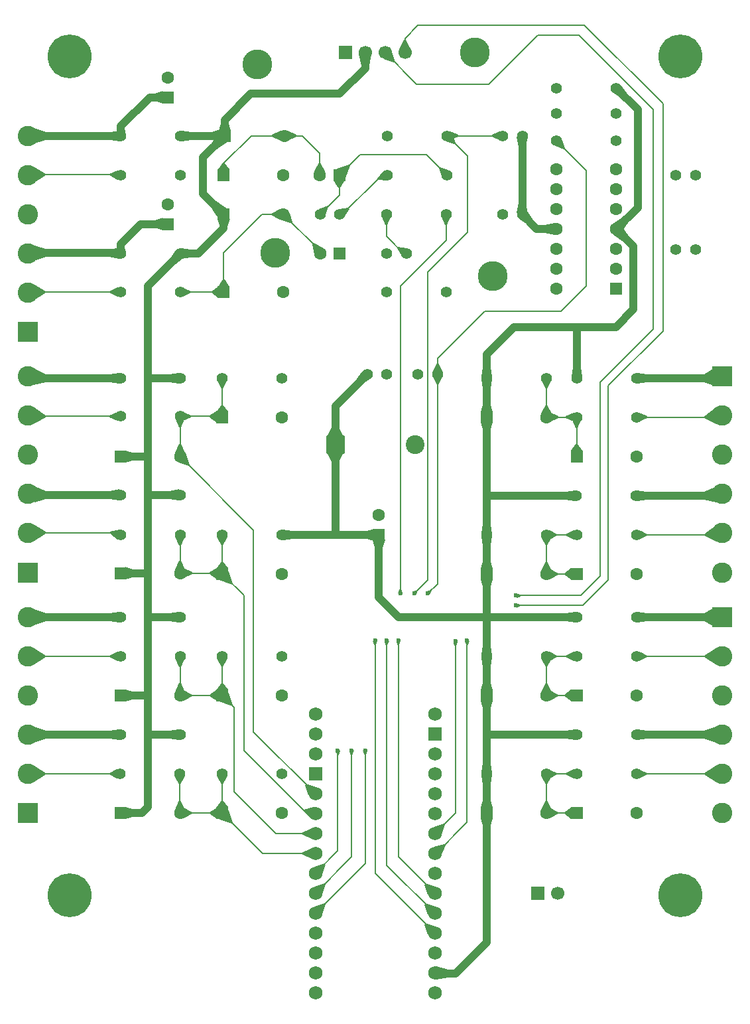
<source format=gbl>
%TF.GenerationSoftware,KiCad,Pcbnew,9.0.6-9.0.6~ubuntu24.04.1*%
%TF.CreationDate,2025-12-13T20:31:21+01:00*%
%TF.ProjectId,temperator,74656d70-6572-4617-946f-722e6b696361,1.1*%
%TF.SameCoordinates,PX623a7c0PY623a7c0*%
%TF.FileFunction,Copper,L2,Bot*%
%TF.FilePolarity,Positive*%
%FSLAX46Y46*%
G04 Gerber Fmt 4.6, Leading zero omitted, Abs format (unit mm)*
G04 Created by KiCad (PCBNEW 9.0.6-9.0.6~ubuntu24.04.1) date 2025-12-13 20:31:21*
%MOMM*%
%LPD*%
G01*
G04 APERTURE LIST*
G04 Aperture macros list*
%AMRoundRect*
0 Rectangle with rounded corners*
0 $1 Rounding radius*
0 $2 $3 $4 $5 $6 $7 $8 $9 X,Y pos of 4 corners*
0 Add a 4 corners polygon primitive as box body*
4,1,4,$2,$3,$4,$5,$6,$7,$8,$9,$2,$3,0*
0 Add four circle primitives for the rounded corners*
1,1,$1+$1,$2,$3*
1,1,$1+$1,$4,$5*
1,1,$1+$1,$6,$7*
1,1,$1+$1,$8,$9*
0 Add four rect primitives between the rounded corners*
20,1,$1+$1,$2,$3,$4,$5,0*
20,1,$1+$1,$4,$5,$6,$7,0*
20,1,$1+$1,$6,$7,$8,$9,0*
20,1,$1+$1,$8,$9,$2,$3,0*%
G04 Aperture macros list end*
%TA.AperFunction,ComponentPad*%
%ADD10C,1.400000*%
%TD*%
%TA.AperFunction,ComponentPad*%
%ADD11RoundRect,0.250000X-0.550000X-0.550000X0.550000X-0.550000X0.550000X0.550000X-0.550000X0.550000X0*%
%TD*%
%TA.AperFunction,ComponentPad*%
%ADD12C,1.600000*%
%TD*%
%TA.AperFunction,ComponentPad*%
%ADD13R,2.600000X2.600000*%
%TD*%
%TA.AperFunction,ComponentPad*%
%ADD14C,2.600000*%
%TD*%
%TA.AperFunction,ComponentPad*%
%ADD15C,3.600000*%
%TD*%
%TA.AperFunction,ConnectorPad*%
%ADD16C,5.600000*%
%TD*%
%TA.AperFunction,ConnectorPad*%
%ADD17C,3.800000*%
%TD*%
%TA.AperFunction,ComponentPad*%
%ADD18RoundRect,0.250000X0.550000X-0.550000X0.550000X0.550000X-0.550000X0.550000X-0.550000X-0.550000X0*%
%TD*%
%TA.AperFunction,ComponentPad*%
%ADD19RoundRect,0.250001X-0.949999X-0.949999X0.949999X-0.949999X0.949999X0.949999X-0.949999X0.949999X0*%
%TD*%
%TA.AperFunction,ComponentPad*%
%ADD20C,2.400000*%
%TD*%
%TA.AperFunction,ComponentPad*%
%ADD21RoundRect,0.250000X0.550000X0.550000X-0.550000X0.550000X-0.550000X-0.550000X0.550000X-0.550000X0*%
%TD*%
%TA.AperFunction,ComponentPad*%
%ADD22C,1.727200*%
%TD*%
%TA.AperFunction,ComponentPad*%
%ADD23R,1.727200X1.727200*%
%TD*%
%TA.AperFunction,ComponentPad*%
%ADD24R,1.700000X1.700000*%
%TD*%
%TA.AperFunction,ComponentPad*%
%ADD25C,1.700000*%
%TD*%
%TA.AperFunction,ViaPad*%
%ADD26C,0.600000*%
%TD*%
%TA.AperFunction,Conductor*%
%ADD27C,0.200000*%
%TD*%
%TA.AperFunction,Conductor*%
%ADD28C,1.000000*%
%TD*%
G04 APERTURE END LIST*
D10*
%TO.P,R124,1*%
%TO.N,Net-(J104-Pin_4)*%
X33310000Y-2500000D03*
%TO.P,R124,2*%
%TO.N,+3.3V*%
X25690000Y-2500000D03*
%TD*%
%TO.P,C205,1*%
%TO.N,Net-(C205-Pad1)*%
X-4500000Y33400000D03*
%TO.P,C205,2*%
%TO.N,Net-(U201C--)*%
X-7000000Y33400000D03*
%TD*%
%TO.P,C208,1*%
%TO.N,ADC0*%
X16300000Y43400000D03*
%TO.P,C208,2*%
%TO.N,GND*%
X18800000Y43400000D03*
%TD*%
D11*
%TO.P,D104,1,K*%
%TO.N,+3.3V*%
X-32500000Y-28000000D03*
D12*
%TO.P,D104,2,A*%
%TO.N,CH04*%
X-24880000Y-28000000D03*
%TD*%
D13*
%TO.P,J104,1,Pin_1*%
%TO.N,Net-(J104-Pin_1)*%
X44300000Y12700000D03*
D14*
%TO.P,J104,2,Pin_2*%
%TO.N,Net-(J104-Pin_2)*%
X44300000Y7700000D03*
%TO.P,J104,3,Pin_3*%
%TO.N,GND*%
X44300000Y2700000D03*
%TO.P,J104,4,Pin_4*%
%TO.N,Net-(J104-Pin_4)*%
X44300000Y-2300000D03*
%TO.P,J104,5,Pin_5*%
%TO.N,Net-(J104-Pin_5)*%
X44300000Y-7300000D03*
%TO.P,J104,6,Pin_6*%
%TO.N,GND*%
X44300000Y-12300000D03*
%TD*%
D11*
%TO.P,D202,1,K*%
%TO.N,+3.3V*%
X-19310000Y33400000D03*
D12*
%TO.P,D202,2,A*%
%TO.N,Net-(D202-A)*%
X-11690000Y33400000D03*
%TD*%
D11*
%TO.P,D109,1,K*%
%TO.N,CH01*%
X-19500707Y-12499293D03*
D12*
%TO.P,D109,2,A*%
%TO.N,GND*%
X-11880707Y-12499293D03*
%TD*%
D10*
%TO.P,R203,1*%
%TO.N,+3.3V*%
X-24880000Y28400000D03*
%TO.P,R203,2*%
%TO.N,Net-(J201-Pin_3)*%
X-32500000Y28400000D03*
%TD*%
D11*
%TO.P,D106,1,K*%
%TO.N,+3.3V*%
X14250000Y-43000000D03*
D12*
%TO.P,D106,2,A*%
%TO.N,CH06*%
X21870000Y-43000000D03*
%TD*%
D10*
%TO.P,C211,1*%
%TO.N,+3.3V*%
X38400000Y38350000D03*
%TO.P,C211,2*%
%TO.N,GND*%
X40900000Y38350000D03*
%TD*%
%TO.P,C213,1*%
%TO.N,ADC2*%
X8000000Y13000000D03*
%TO.P,C213,2*%
%TO.N,GND*%
X5500000Y13000000D03*
%TD*%
%TO.P,R103,1*%
%TO.N,+3.3V*%
X-11880000Y-38000000D03*
%TO.P,R103,2*%
%TO.N,CH03*%
X-19500000Y-38000000D03*
%TD*%
%TO.P,R119,1*%
%TO.N,Net-(J103-Pin_5)*%
X33370000Y-38000000D03*
%TO.P,R119,2*%
%TO.N,CH06*%
X25750000Y-38000000D03*
%TD*%
%TO.P,R209,1*%
%TO.N,Net-(D204-A)*%
X-24880000Y38400000D03*
%TO.P,R209,2*%
%TO.N,Net-(J201-Pin_5)*%
X-32500000Y38400000D03*
%TD*%
D13*
%TO.P,J102,1,Pin_1*%
%TO.N,GND*%
X-44300000Y-43000000D03*
D14*
%TO.P,J102,2,Pin_2*%
%TO.N,Net-(J102-Pin_2)*%
X-44300000Y-38000000D03*
%TO.P,J102,3,Pin_3*%
%TO.N,Net-(J102-Pin_3)*%
X-44300000Y-33000000D03*
%TO.P,J102,4,Pin_4*%
%TO.N,GND*%
X-44300000Y-28000000D03*
%TO.P,J102,5,Pin_5*%
%TO.N,Net-(J102-Pin_5)*%
X-44300000Y-23000000D03*
%TO.P,J102,6,Pin_6*%
%TO.N,Net-(J102-Pin_6)*%
X-44300000Y-18000000D03*
%TD*%
D13*
%TO.P,J101,1,Pin_1*%
%TO.N,GND*%
X-44300000Y-12300000D03*
D14*
%TO.P,J101,2,Pin_2*%
%TO.N,Net-(J101-Pin_2)*%
X-44300000Y-7300000D03*
%TO.P,J101,3,Pin_3*%
%TO.N,Net-(J101-Pin_3)*%
X-44300000Y-2300000D03*
%TO.P,J101,4,Pin_4*%
%TO.N,GND*%
X-44300000Y2700000D03*
%TO.P,J101,5,Pin_5*%
%TO.N,Net-(J101-Pin_5)*%
X-44300000Y7700000D03*
%TO.P,J101,6,Pin_6*%
%TO.N,Net-(J101-Pin_6)*%
X-44300000Y12700000D03*
%TD*%
D15*
%TO.P,H206,1*%
%TO.N,N/C*%
X-39000000Y53500000D03*
D16*
X-39000000Y53500000D03*
%TD*%
D14*
%TO.P,H211,1*%
%TO.N,N/C*%
X12750000Y54000000D03*
D17*
X12750000Y54000000D03*
%TD*%
D13*
%TO.P,J103,1,Pin_1*%
%TO.N,Net-(J103-Pin_1)*%
X44300000Y-18000000D03*
D14*
%TO.P,J103,2,Pin_2*%
%TO.N,Net-(J103-Pin_2)*%
X44300000Y-23000000D03*
%TO.P,J103,3,Pin_3*%
%TO.N,GND*%
X44300000Y-28000000D03*
%TO.P,J103,4,Pin_4*%
%TO.N,Net-(J103-Pin_4)*%
X44300000Y-33000000D03*
%TO.P,J103,5,Pin_5*%
%TO.N,Net-(J103-Pin_5)*%
X44300000Y-38000000D03*
%TO.P,J103,6,Pin_6*%
%TO.N,GND*%
X44300000Y-43000000D03*
%TD*%
D11*
%TO.P,D102,1,K*%
%TO.N,+3.3V*%
X-32500000Y2500000D03*
D12*
%TO.P,D102,2,A*%
%TO.N,CH02*%
X-24880000Y2500000D03*
%TD*%
D10*
%TO.P,R107,1*%
%TO.N,+3.3V*%
X14250000Y12500000D03*
%TO.P,R107,2*%
%TO.N,CH07*%
X21870000Y12500000D03*
%TD*%
D15*
%TO.P,H205,1*%
%TO.N,N/C*%
X39000000Y53500000D03*
D16*
X39000000Y53500000D03*
%TD*%
D10*
%TO.P,R105,1*%
%TO.N,+3.3V*%
X14250000Y-23000000D03*
%TO.P,R105,2*%
%TO.N,CH05*%
X21870000Y-23000000D03*
%TD*%
D11*
%TO.P,D205,1,K*%
%TO.N,Net-(D204-A)*%
X-19310000Y38400000D03*
D12*
%TO.P,D205,2,A*%
%TO.N,GND*%
X-11690000Y38400000D03*
%TD*%
D10*
%TO.P,R114,1*%
%TO.N,Net-(J102-Pin_3)*%
X-32510000Y-33000000D03*
%TO.P,R114,2*%
%TO.N,+3.3V*%
X-24890000Y-33000000D03*
%TD*%
%TO.P,R120,1*%
%TO.N,Net-(J103-Pin_4)*%
X33370000Y-33000000D03*
%TO.P,R120,2*%
%TO.N,+3.3V*%
X25750000Y-33000000D03*
%TD*%
D11*
%TO.P,D103,1,K*%
%TO.N,+3.3V*%
X-32500000Y-43000000D03*
D12*
%TO.P,D103,2,A*%
%TO.N,CH03*%
X-24880000Y-43000000D03*
%TD*%
D10*
%TO.P,R110,1*%
%TO.N,Net-(J101-Pin_3)*%
X-32500000Y-2400000D03*
%TO.P,R110,2*%
%TO.N,+3.3V*%
X-24880000Y-2400000D03*
%TD*%
D11*
%TO.P,D204,1,K*%
%TO.N,+3.3V*%
X-19200000Y43400000D03*
D12*
%TO.P,D204,2,A*%
%TO.N,Net-(D204-A)*%
X-11580000Y43400000D03*
%TD*%
D11*
%TO.P,D112,1,K*%
%TO.N,CH04*%
X-19500000Y-28000000D03*
D12*
%TO.P,D112,2,A*%
%TO.N,GND*%
X-11880000Y-28000000D03*
%TD*%
D15*
%TO.P,H208,1*%
%TO.N,N/C*%
X39000000Y-53500000D03*
D16*
X39000000Y-53500000D03*
%TD*%
D18*
%TO.P,C209,1*%
%TO.N,Net-(J201-Pin_6)*%
X-26500000Y48317620D03*
D12*
%TO.P,C209,2*%
%TO.N,GND*%
X-26500000Y50817620D03*
%TD*%
D10*
%TO.P,R211,1*%
%TO.N,ADC2*%
X23190000Y42750000D03*
%TO.P,R211,2*%
%TO.N,Net-(U201B--)*%
X30810000Y42750000D03*
%TD*%
D18*
%TO.P,C210,1*%
%TO.N,Net-(J201-Pin_3)*%
X-26500000Y32150000D03*
D12*
%TO.P,C210,2*%
%TO.N,GND*%
X-26500000Y34650000D03*
%TD*%
D11*
%TO.P,D116,1,K*%
%TO.N,CH08*%
X25750000Y-12500000D03*
D12*
%TO.P,D116,2,A*%
%TO.N,GND*%
X33370000Y-12500000D03*
%TD*%
D10*
%TO.P,R112,1*%
%TO.N,Net-(J101-Pin_6)*%
X-32500000Y12500000D03*
%TO.P,R112,2*%
%TO.N,+3.3V*%
X-24880000Y12500000D03*
%TD*%
D14*
%TO.P,H210,1*%
%TO.N,N/C*%
X-15000000Y52500000D03*
D17*
X-15000000Y52500000D03*
%TD*%
D10*
%TO.P,R113,1*%
%TO.N,Net-(J102-Pin_2)*%
X-32560000Y-38000000D03*
%TO.P,R113,2*%
%TO.N,CH03*%
X-24940000Y-38000000D03*
%TD*%
D11*
%TO.P,D115,1,K*%
%TO.N,CH07*%
X25750000Y2500000D03*
D12*
%TO.P,D115,2,A*%
%TO.N,GND*%
X33370000Y2500000D03*
%TD*%
D19*
%TO.P,D201,1,K*%
%TO.N,+3.3V*%
X-5080000Y4000000D03*
D20*
%TO.P,D201,2,A*%
%TO.N,GND*%
X5080000Y4000000D03*
%TD*%
D11*
%TO.P,D108,1,K*%
%TO.N,+3.3V*%
X14250000Y-12500000D03*
D12*
%TO.P,D108,2,A*%
%TO.N,CH08*%
X21870000Y-12500000D03*
%TD*%
D10*
%TO.P,R118,1*%
%TO.N,Net-(J103-Pin_1)*%
X33370000Y-18000000D03*
%TO.P,R118,2*%
%TO.N,+3.3V*%
X25750000Y-18000000D03*
%TD*%
%TO.P,R116,1*%
%TO.N,Net-(J102-Pin_6)*%
X-32500000Y-18000000D03*
%TO.P,R116,2*%
%TO.N,+3.3V*%
X-24880000Y-18000000D03*
%TD*%
%TO.P,R208,1*%
%TO.N,Net-(C205-Pad1)*%
X1590000Y38400000D03*
%TO.P,R208,2*%
%TO.N,Net-(U201C--)*%
X9210000Y38400000D03*
%TD*%
D11*
%TO.P,D203,1,K*%
%TO.N,Net-(D202-A)*%
X-19310000Y23450000D03*
D12*
%TO.P,D203,2,A*%
%TO.N,GND*%
X-11690000Y23450000D03*
%TD*%
D10*
%TO.P,C212,1*%
%TO.N,Net-(U201A-+)*%
X38400000Y28900000D03*
%TO.P,C212,2*%
%TO.N,GND*%
X40900000Y28900000D03*
%TD*%
%TO.P,R204,1*%
%TO.N,Net-(U201A-+)*%
X30810000Y46250000D03*
%TO.P,R204,2*%
%TO.N,GND*%
X23190000Y46250000D03*
%TD*%
D21*
%TO.P,U201,1*%
%TO.N,Net-(U201A--)*%
X30800000Y23875000D03*
D12*
%TO.P,U201,2,-*%
X30800000Y26415000D03*
%TO.P,U201,3,+*%
%TO.N,Net-(U201A-+)*%
X30800000Y28955000D03*
%TO.P,U201,4,V+*%
%TO.N,+3.3V*%
X30800000Y31495000D03*
%TO.P,U201,5,+*%
%TO.N,Net-(U201A-+)*%
X30800000Y34035000D03*
%TO.P,U201,6,-*%
%TO.N,Net-(U201B--)*%
X30800000Y36575000D03*
%TO.P,U201,7*%
X30800000Y39115000D03*
%TO.P,U201,8*%
%TO.N,Net-(C205-Pad1)*%
X23180000Y39115000D03*
%TO.P,U201,9,-*%
%TO.N,Net-(U201C--)*%
X23180000Y36575000D03*
%TO.P,U201,10,+*%
%TO.N,Net-(U201A--)*%
X23180000Y34035000D03*
%TO.P,U201,11,V-*%
%TO.N,GND*%
X23180000Y31495000D03*
%TO.P,U201,12,+*%
%TO.N,Net-(U201A--)*%
X23180000Y28955000D03*
%TO.P,U201,13,-*%
%TO.N,Net-(U201D--)*%
X23180000Y26415000D03*
%TO.P,U201,14*%
%TO.N,Net-(C203-Pad1)*%
X23180000Y23875000D03*
%TD*%
D22*
%TO.P,A201,3V3,3.3V*%
%TO.N,+3.3V*%
X7620000Y-63400000D03*
%TO.P,A201,5V,5V*%
%TO.N,unconnected-(A201-Pad5V)*%
X7620000Y-38000000D03*
%TO.P,A201,A0,A0*%
%TO.N,ADC1*%
X7620000Y-58320000D03*
%TO.P,A201,A1,A1*%
%TO.N,ADC0*%
X7620000Y-55780000D03*
%TO.P,A201,A2,A2*%
%TO.N,ADC2*%
X7620000Y-53240000D03*
%TO.P,A201,A3,A3*%
%TO.N,unconnected-(A201-PadA3)*%
X7620000Y-50700000D03*
%TO.P,A201,A4,A4/SDA*%
%TO.N,Net-(A201-A4{slash}SDA)*%
X7620000Y-48160000D03*
%TO.P,A201,A5,A5/SCL*%
%TO.N,Net-(A201-A5{slash}SCL)*%
X7620000Y-45620000D03*
%TO.P,A201,A6,A6*%
%TO.N,unconnected-(A201-PadA6)*%
X7620000Y-43080000D03*
%TO.P,A201,A7,A7*%
%TO.N,unconnected-(A201-PadA7)*%
X7620000Y-40540000D03*
%TO.P,A201,B0,B0*%
%TO.N,unconnected-(A201-PadB0)*%
X7620000Y-60860000D03*
%TO.P,A201,B1,B1*%
%TO.N,Net-(JP201-A)*%
X7620000Y-35460000D03*
%TO.P,A201,D0,D0/RX*%
%TO.N,unconnected-(A201-D0{slash}RX-PadD0)*%
X-7620000Y-32920000D03*
%TO.P,A201,D1,D1/TX*%
%TO.N,unconnected-(A201-D1{slash}TX-PadD1)*%
X-7620000Y-30380000D03*
%TO.P,A201,D2,D2*%
%TO.N,CH02*%
X-7620000Y-40540000D03*
%TO.P,A201,D3,D3*%
%TO.N,CH01*%
X-7620000Y-43080000D03*
%TO.P,A201,D4,D4*%
%TO.N,CH04*%
X-7620000Y-45620000D03*
%TO.P,A201,D5,D5*%
%TO.N,CH03*%
X-7620000Y-48160000D03*
%TO.P,A201,D6,D6*%
%TO.N,CH07*%
X-7620000Y-50700000D03*
%TO.P,A201,D7,D7*%
%TO.N,CH08*%
X-7620000Y-53240000D03*
%TO.P,A201,D8,D8*%
%TO.N,CH05*%
X-7620000Y-55780000D03*
%TO.P,A201,D9,D9*%
%TO.N,CH06*%
X-7620000Y-58320000D03*
%TO.P,A201,D10,D10*%
%TO.N,unconnected-(A201-PadD10)*%
X-7620000Y-60860000D03*
%TO.P,A201,D11,D11_MOSI*%
%TO.N,unconnected-(A201-D11_MOSI-PadD11)*%
X-7620000Y-63400000D03*
%TO.P,A201,D12,D12_MISO*%
%TO.N,unconnected-(A201-D12_MISO-PadD12)*%
X-7620000Y-65940000D03*
%TO.P,A201,D13,D13_SCK*%
%TO.N,unconnected-(A201-D13_SCK-PadD13)*%
X7620000Y-65940000D03*
D23*
%TO.P,A201,GND1,GND*%
%TO.N,GND*%
X-7620000Y-38000000D03*
%TO.P,A201,GND2,GND*%
X7620000Y-32920000D03*
D22*
%TO.P,A201,RST,~{RESET}*%
%TO.N,unconnected-(A201-~{RESET}-PadRST)*%
X-7620000Y-35460000D03*
%TO.P,A201,VIN,VIN*%
%TO.N,unconnected-(A201-PadVIN)*%
X7620000Y-30380000D03*
%TD*%
D11*
%TO.P,D114,1,K*%
%TO.N,CH06*%
X25750000Y-43000000D03*
D12*
%TO.P,D114,2,A*%
%TO.N,GND*%
X33370000Y-43000000D03*
%TD*%
D10*
%TO.P,R111,1*%
%TO.N,Net-(J101-Pin_5)*%
X-32500000Y7600000D03*
%TO.P,R111,2*%
%TO.N,CH02*%
X-24880000Y7600000D03*
%TD*%
%TO.P,R102,1*%
%TO.N,+3.3V*%
X-11880000Y12500000D03*
%TO.P,R102,2*%
%TO.N,CH02*%
X-19500000Y12500000D03*
%TD*%
D18*
%TO.P,C202,1*%
%TO.N,+3.3V*%
X500000Y-7500000D03*
D12*
%TO.P,C202,2*%
%TO.N,GND*%
X500000Y-5000000D03*
%TD*%
D10*
%TO.P,R101,1*%
%TO.N,+3.3V*%
X-11880000Y-7500000D03*
%TO.P,R101,2*%
%TO.N,CH01*%
X-19500000Y-7500000D03*
%TD*%
D11*
%TO.P,D105,1,K*%
%TO.N,+3.3V*%
X14250000Y-28000000D03*
D12*
%TO.P,D105,2,A*%
%TO.N,CH05*%
X21870000Y-28000000D03*
%TD*%
D10*
%TO.P,R210,1*%
%TO.N,Net-(C205-Pad1)*%
X1590000Y43400000D03*
%TO.P,R210,2*%
%TO.N,ADC0*%
X9210000Y43400000D03*
%TD*%
%TO.P,R109,1*%
%TO.N,Net-(J101-Pin_2)*%
X-32500000Y-7500000D03*
%TO.P,R109,2*%
%TO.N,CH01*%
X-24880000Y-7500000D03*
%TD*%
%TO.P,R122,1*%
%TO.N,Net-(J104-Pin_1)*%
X33370000Y12500000D03*
%TO.P,R122,2*%
%TO.N,+3.3V*%
X25750000Y12500000D03*
%TD*%
%TO.P,C207,1*%
%TO.N,ADC1*%
X16300000Y33400000D03*
%TO.P,C207,2*%
%TO.N,GND*%
X18800000Y33400000D03*
%TD*%
%TO.P,C203,1*%
%TO.N,Net-(C203-Pad1)*%
X4000000Y28400000D03*
%TO.P,C203,2*%
%TO.N,Net-(U201D--)*%
X1500000Y28400000D03*
%TD*%
%TO.P,R201,1*%
%TO.N,+3.3V*%
X30810000Y49500000D03*
%TO.P,R201,2*%
%TO.N,Net-(U201A-+)*%
X23190000Y49500000D03*
%TD*%
D21*
%TO.P,C204,1*%
%TO.N,Net-(U201D--)*%
X-4500000Y28400000D03*
D12*
%TO.P,C204,2*%
%TO.N,Net-(D202-A)*%
X-7000000Y28400000D03*
%TD*%
D10*
%TO.P,R104,1*%
%TO.N,+3.3V*%
X-11880000Y-23000000D03*
%TO.P,R104,2*%
%TO.N,CH04*%
X-19500000Y-23000000D03*
%TD*%
%TO.P,R115,1*%
%TO.N,Net-(J102-Pin_5)*%
X-32500000Y-23000000D03*
%TO.P,R115,2*%
%TO.N,CH04*%
X-24880000Y-23000000D03*
%TD*%
D11*
%TO.P,D107,1,K*%
%TO.N,+3.3V*%
X14250000Y7500000D03*
D12*
%TO.P,D107,2,A*%
%TO.N,CH07*%
X21870000Y7500000D03*
%TD*%
D10*
%TO.P,R205,1*%
%TO.N,Net-(C203-Pad1)*%
X9070000Y23450000D03*
%TO.P,R205,2*%
%TO.N,Net-(U201D--)*%
X1450000Y23450000D03*
%TD*%
%TO.P,C201,1*%
%TO.N,+3.3V*%
X-1000000Y13000000D03*
%TO.P,C201,2*%
%TO.N,GND*%
X1500000Y13000000D03*
%TD*%
D24*
%TO.P,JP201,1,A*%
%TO.N,Net-(JP201-A)*%
X20750000Y-53250000D03*
D25*
%TO.P,JP201,2,B*%
%TO.N,GND*%
X23290000Y-53250000D03*
%TD*%
D11*
%TO.P,D101,1,K*%
%TO.N,+3.3V*%
X-32500000Y-12400000D03*
D12*
%TO.P,D101,2,A*%
%TO.N,CH01*%
X-24880000Y-12400000D03*
%TD*%
D10*
%TO.P,R207,1*%
%TO.N,Net-(C203-Pad1)*%
X1440000Y33400000D03*
%TO.P,R207,2*%
%TO.N,ADC1*%
X9060000Y33400000D03*
%TD*%
D13*
%TO.P,J201,1,Pin_1*%
%TO.N,GND*%
X-44300000Y18400000D03*
D14*
%TO.P,J201,2,Pin_2*%
%TO.N,Net-(J201-Pin_2)*%
X-44300000Y23400000D03*
%TO.P,J201,3,Pin_3*%
%TO.N,Net-(J201-Pin_3)*%
X-44300000Y28400000D03*
%TO.P,J201,4,Pin_4*%
%TO.N,GND*%
X-44300000Y33400000D03*
%TO.P,J201,5,Pin_5*%
%TO.N,Net-(J201-Pin_5)*%
X-44300000Y38400000D03*
%TO.P,J201,6,Pin_6*%
%TO.N,Net-(J201-Pin_6)*%
X-44300000Y43400000D03*
%TD*%
D21*
%TO.P,C206,1*%
%TO.N,Net-(U201C--)*%
X-4571144Y38400000D03*
D12*
%TO.P,C206,2*%
%TO.N,Net-(D204-A)*%
X-7071144Y38400000D03*
%TD*%
D24*
%TO.P,Brd201,1,GND*%
%TO.N,GND*%
X-3800000Y54000000D03*
D25*
%TO.P,Brd201,2,VCC*%
%TO.N,+3.3V*%
X-1260000Y54000000D03*
%TO.P,Brd201,3,SCL*%
%TO.N,Net-(A201-A5{slash}SCL)*%
X1280000Y54000000D03*
%TO.P,Brd201,4,SDA*%
%TO.N,Net-(A201-A4{slash}SDA)*%
X3820000Y54000000D03*
%TD*%
D10*
%TO.P,R121,1*%
%TO.N,Net-(J104-Pin_2)*%
X33370000Y7500000D03*
%TO.P,R121,2*%
%TO.N,CH07*%
X25750000Y7500000D03*
%TD*%
D11*
%TO.P,D113,1,K*%
%TO.N,CH05*%
X25750000Y-28000000D03*
D12*
%TO.P,D113,2,A*%
%TO.N,GND*%
X33370000Y-28000000D03*
%TD*%
D14*
%TO.P,H212,1*%
%TO.N,N/C*%
X-12750000Y28500000D03*
D17*
X-12750000Y28500000D03*
%TD*%
D10*
%TO.P,R202,1*%
%TO.N,+3.3V*%
X-24830000Y43400000D03*
%TO.P,R202,2*%
%TO.N,Net-(J201-Pin_6)*%
X-32450000Y43400000D03*
%TD*%
D14*
%TO.P,H213,1*%
%TO.N,N/C*%
X15000000Y25500000D03*
D17*
X15000000Y25500000D03*
%TD*%
D15*
%TO.P,H207,1*%
%TO.N,N/C*%
X-39000000Y-53500000D03*
D16*
X-39000000Y-53500000D03*
%TD*%
D10*
%TO.P,R206,1*%
%TO.N,Net-(D202-A)*%
X-24880000Y23450000D03*
%TO.P,R206,2*%
%TO.N,Net-(J201-Pin_2)*%
X-32500000Y23450000D03*
%TD*%
%TO.P,R106,1*%
%TO.N,+3.3V*%
X14250000Y-38000000D03*
%TO.P,R106,2*%
%TO.N,CH06*%
X21870000Y-38000000D03*
%TD*%
%TO.P,R123,1*%
%TO.N,Net-(J104-Pin_5)*%
X33370000Y-7500000D03*
%TO.P,R123,2*%
%TO.N,CH08*%
X25750000Y-7500000D03*
%TD*%
%TO.P,R108,1*%
%TO.N,+3.3V*%
X14250000Y-7500000D03*
%TO.P,R108,2*%
%TO.N,CH08*%
X21870000Y-7500000D03*
%TD*%
D11*
%TO.P,D111,1,K*%
%TO.N,CH03*%
X-19500000Y-43000000D03*
D12*
%TO.P,D111,2,A*%
%TO.N,GND*%
X-11880000Y-43000000D03*
%TD*%
D11*
%TO.P,D110,1,K*%
%TO.N,CH02*%
X-19500000Y7500000D03*
D12*
%TO.P,D110,2,A*%
%TO.N,GND*%
X-11880000Y7500000D03*
%TD*%
D10*
%TO.P,R117,1*%
%TO.N,Net-(J103-Pin_2)*%
X33370000Y-23000000D03*
%TO.P,R117,2*%
%TO.N,CH05*%
X25750000Y-23000000D03*
%TD*%
D26*
%TO.N,ADC1*%
X3250000Y-15000000D03*
X0Y-21000000D03*
%TO.N,ADC0*%
X1500000Y-21000000D03*
X5000000Y-15000000D03*
%TO.N,CH07*%
X-4750000Y-35000000D03*
%TO.N,CH05*%
X-1250000Y-35000000D03*
%TO.N,Net-(A201-A5{slash}SCL)*%
X18000000Y-15250000D03*
X10312500Y-21062500D03*
%TO.N,CH08*%
X-3000000Y-35000000D03*
%TO.N,Net-(A201-A4{slash}SDA)*%
X11750000Y-21000000D03*
X18000000Y-16500000D03*
%TO.N,ADC2*%
X6750000Y-15000000D03*
X3000000Y-21000000D03*
%TD*%
D27*
%TO.N,ADC1*%
X0Y-50700000D02*
X0Y-21000000D01*
X3250000Y24250000D02*
X9060000Y30060000D01*
X9060000Y33400000D02*
X9060000Y30060000D01*
X7620000Y-58320000D02*
X0Y-50700000D01*
X3250000Y-15000000D02*
X3250000Y24250000D01*
%TO.N,ADC0*%
X6750000Y-13250000D02*
X6750000Y26000000D01*
X11850000Y31100000D02*
X11850000Y40810000D01*
X7620000Y-55780000D02*
X1500000Y-49660000D01*
X1500000Y-49660000D02*
X1500000Y-21000000D01*
X16300000Y43400000D02*
X9210000Y43400000D01*
X5000000Y-15000000D02*
X6750000Y-13250000D01*
X11850000Y40810000D02*
X9210000Y43450000D01*
X6750000Y26000000D02*
X11850000Y31100000D01*
%TO.N,CH07*%
X-4750000Y-35000000D02*
X-4750000Y-47830000D01*
X25750000Y7500000D02*
X25750000Y2500000D01*
X-4750000Y-47830000D02*
X-7620000Y-50700000D01*
X21870000Y7500000D02*
X21870000Y12500000D01*
X25750000Y7500000D02*
X21870000Y7500000D01*
%TO.N,CH03*%
X-14340000Y-48160000D02*
X-19500000Y-43000000D01*
X-7620000Y-48160000D02*
X-14340000Y-48160000D01*
X-24880000Y-43000000D02*
X-19500000Y-43000000D01*
X-24940000Y-38000000D02*
X-24940000Y-42940000D01*
X-19500000Y-43000000D02*
X-19500000Y-38000000D01*
%TO.N,CH06*%
X21870000Y-43000000D02*
X25750000Y-43000000D01*
X21870000Y-38000000D02*
X21870000Y-43000000D01*
X25750000Y-38000000D02*
X21870000Y-38000000D01*
D28*
%TO.N,+3.3V*%
X-21950000Y36040000D02*
X-19310000Y33400000D01*
X-28850000Y-2400000D02*
X-29000000Y-2250000D01*
X33550000Y46760000D02*
X33550000Y34245000D01*
X14250000Y-12500000D02*
X14250000Y-7500000D01*
X14250000Y-38000000D02*
X14250000Y-33000000D01*
X25690000Y-2500000D02*
X14250000Y-2500000D01*
X-22600000Y28350000D02*
X-24880000Y28350000D01*
X25750000Y19000000D02*
X30750000Y19000000D01*
X14250000Y-7500000D02*
X14250000Y-2500000D01*
X-5080000Y-7500000D02*
X-5080000Y4000000D01*
X-29250000Y2500000D02*
X-29000000Y2750000D01*
X-19310000Y31640000D02*
X-22600000Y28350000D01*
X14250000Y-43000000D02*
X14250000Y-59500000D01*
X14250000Y-33000000D02*
X14250000Y-28000000D01*
X-29000000Y-2250000D02*
X-29000000Y2750000D01*
X17750000Y19000000D02*
X25750000Y19000000D01*
X-32500000Y-43000000D02*
X-29750000Y-43000000D01*
X-19200000Y43400000D02*
X-19200000Y45425000D01*
X-19310000Y33400000D02*
X-19310000Y31640000D01*
X14250000Y-28000000D02*
X14250000Y-23000000D01*
X-1260000Y51990000D02*
X-1260000Y54000000D01*
X14250000Y-43000000D02*
X14250000Y-38000000D01*
X-5080000Y4000000D02*
X-5080000Y8920000D01*
X30810000Y49500000D02*
X33550000Y46760000D01*
X30750000Y19000000D02*
X33000000Y21250000D01*
X14250000Y-59500000D02*
X10250000Y-63500000D01*
X-24880000Y12500000D02*
X-29000000Y12500000D01*
X-29000000Y-27750000D02*
X-29000000Y-18250000D01*
X-19200000Y43400000D02*
X-24830000Y43400000D01*
X-32500000Y2500000D02*
X-29250000Y2500000D01*
X14250000Y15500000D02*
X17750000Y19000000D01*
X-29000000Y2750000D02*
X-29000000Y12500000D01*
X14250000Y7500000D02*
X14250000Y12500000D01*
X33000000Y29295000D02*
X30800000Y31495000D01*
X-29150000Y-12400000D02*
X-29000000Y-12250000D01*
X-15875000Y48750000D02*
X-4500000Y48750000D01*
X-4500000Y48750000D02*
X-1260000Y51990000D01*
X-29000000Y-42250000D02*
X-29000000Y-33000000D01*
X-19200000Y45425000D02*
X-15875000Y48750000D01*
X-11880000Y-7500000D02*
X-5080000Y-7500000D01*
X-32500000Y-12400000D02*
X-29150000Y-12400000D01*
X-24880000Y-2400000D02*
X-28850000Y-2400000D01*
X33000000Y21250000D02*
X33000000Y29295000D01*
X-5080000Y8920000D02*
X-1000000Y13000000D01*
X-32500000Y-28000000D02*
X-29250000Y-28000000D01*
X500000Y-15500000D02*
X500000Y-7500000D01*
X14250000Y12500000D02*
X14250000Y15500000D01*
X3000000Y-18000000D02*
X500000Y-15500000D01*
X14250000Y-2500000D02*
X14250000Y7500000D01*
X-29000000Y24230000D02*
X-29000000Y12500000D01*
X14250000Y-23000000D02*
X14250000Y-12500000D01*
X-19200000Y43400000D02*
X-21950000Y40650000D01*
X-24880000Y-18000000D02*
X-28750000Y-18000000D01*
X-29000000Y-33000000D02*
X-29000000Y-27750000D01*
X25750000Y-18000000D02*
X3000000Y-18000000D01*
X-28750000Y-18000000D02*
X-29000000Y-18250000D01*
X-24880000Y28350000D02*
X-29000000Y24230000D01*
X-21950000Y40650000D02*
X-21950000Y36040000D01*
X-29250000Y-28000000D02*
X-29000000Y-27750000D01*
X25750000Y12500000D02*
X25750000Y19000000D01*
X-29000000Y-12250000D02*
X-29000000Y-2250000D01*
X500000Y-7500000D02*
X-5080000Y-7500000D01*
X-29750000Y-43000000D02*
X-29000000Y-42250000D01*
X-24890000Y-33000000D02*
X-29000000Y-33000000D01*
X25750000Y-33000000D02*
X14250000Y-33000000D01*
X33550000Y34245000D02*
X30800000Y31495000D01*
X10250000Y-63500000D02*
X7698000Y-63500000D01*
X-29000000Y-18250000D02*
X-29000000Y-12250000D01*
D27*
%TO.N,CH02*%
X-19500000Y12500000D02*
X-19500000Y7500000D01*
X-24880000Y7600000D02*
X-19600000Y7600000D01*
X-15500000Y-6880000D02*
X-24880000Y2500000D01*
X-7620000Y-40540000D02*
X-15500000Y-32660000D01*
X-24880000Y7600000D02*
X-24880000Y2500000D01*
X-15500000Y-32660000D02*
X-15500000Y-6880000D01*
%TO.N,CH04*%
X-19500000Y-23000000D02*
X-19500000Y-28000000D01*
X-19500000Y-28000000D02*
X-18000000Y-29500000D01*
X-24880000Y-23000000D02*
X-24880000Y-28000000D01*
X-18000000Y-29500000D02*
X-18000000Y-40250000D01*
X-12630000Y-45620000D02*
X-7620000Y-45620000D01*
X-24880000Y-28000000D02*
X-19500000Y-28000000D01*
X-18000000Y-40250000D02*
X-12630000Y-45620000D01*
D28*
%TO.N,GND*%
X20650000Y31550000D02*
X23125000Y31550000D01*
X18800000Y33400000D02*
X20650000Y31550000D01*
X18800000Y33400000D02*
X18800000Y43400000D01*
D27*
%TO.N,CH05*%
X21870000Y-28000000D02*
X25750000Y-28000000D01*
X21870000Y-23000000D02*
X21870000Y-28000000D01*
X-1250000Y-49410000D02*
X-7620000Y-55780000D01*
X-1250000Y-35000000D02*
X-1250000Y-49410000D01*
X25750000Y-23000000D02*
X21870000Y-23000000D01*
%TO.N,CH01*%
X-19500707Y-12499293D02*
X-16750000Y-15250000D01*
X-16750000Y-35000000D02*
X-8670000Y-43080000D01*
X-24880000Y-12400000D02*
X-24880000Y-7500000D01*
X-16750000Y-15250000D02*
X-16750000Y-35000000D01*
X-19500000Y-7500000D02*
X-19500000Y-12498586D01*
X-8670000Y-43080000D02*
X-7620000Y-43080000D01*
X-24880000Y-12400000D02*
X-19600000Y-12400000D01*
%TO.N,Net-(A201-A5{slash}SCL)*%
X28750000Y12000000D02*
X35500000Y18750000D01*
X26000000Y56250000D02*
X20750000Y56250000D01*
X26250000Y-15250000D02*
X28750000Y-12750000D01*
X10250000Y-21125000D02*
X10250000Y-42990000D01*
X35500000Y46750000D02*
X26000000Y56250000D01*
X5280000Y50000000D02*
X1280000Y54000000D01*
X10312500Y-21062500D02*
X10250000Y-21125000D01*
X35500000Y18750000D02*
X35500000Y46750000D01*
X28750000Y-12750000D02*
X28750000Y12000000D01*
X14500000Y50000000D02*
X5280000Y50000000D01*
X18000000Y-15250000D02*
X26250000Y-15250000D01*
X10250000Y-42990000D02*
X7620000Y-45620000D01*
X20750000Y56250000D02*
X14500000Y50000000D01*
%TO.N,CH08*%
X-3000000Y-48620000D02*
X-7620000Y-53240000D01*
X25750000Y-7500000D02*
X21870000Y-7500000D01*
X21870000Y-12500000D02*
X21870000Y-7500000D01*
X-3000000Y-35000000D02*
X-3000000Y-48620000D01*
X25750000Y-12500000D02*
X21870000Y-12500000D01*
%TO.N,Net-(A201-A4{slash}SDA)*%
X36750000Y47500000D02*
X26750000Y57500000D01*
X3820000Y55820000D02*
X3820000Y54000000D01*
X18000000Y-16500000D02*
X26500000Y-16500000D01*
X11750000Y-21000000D02*
X11750000Y-44208000D01*
X29750000Y-13250000D02*
X29750000Y11500000D01*
X11750000Y-44208000D02*
X7620000Y-48338000D01*
X26750000Y57500000D02*
X5500000Y57500000D01*
X36750000Y18500000D02*
X36750000Y47500000D01*
X29750000Y11500000D02*
X36750000Y18500000D01*
X5500000Y57500000D02*
X3820000Y55820000D01*
X26500000Y-16500000D02*
X29750000Y-13250000D01*
%TO.N,Net-(D202-A)*%
X-19310000Y28490000D02*
X-14400000Y33400000D01*
X-11690000Y33400000D02*
X-7000000Y28710000D01*
X-19310000Y23450000D02*
X-19310000Y28490000D01*
X-14400000Y33400000D02*
X-11690000Y33400000D01*
X-24880000Y23450000D02*
X-19310000Y23450000D01*
%TO.N,Net-(U201C--)*%
X-4571144Y35828856D02*
X-7000000Y33400000D01*
X-4571144Y38400000D02*
X-4571144Y35828856D01*
X6560000Y41000000D02*
X9210000Y38350000D01*
X-1900000Y41000000D02*
X6560000Y41000000D01*
X-4500000Y38400000D02*
X-1900000Y41000000D01*
%TO.N,Net-(C203-Pad1)*%
X1440000Y30560000D02*
X4000000Y28000000D01*
X1440000Y33400000D02*
X1440000Y30560000D01*
%TO.N,Net-(D204-A)*%
X-11580000Y43400000D02*
X-9300000Y43400000D01*
X-15800000Y43400000D02*
X-19310000Y39890000D01*
X-7071144Y41171144D02*
X-9300000Y43400000D01*
X-7071144Y38400000D02*
X-7071144Y41171144D01*
X-19310000Y39890000D02*
X-19310000Y38400000D01*
X-11580000Y43400000D02*
X-15800000Y43400000D01*
%TO.N,Net-(C205-Pad1)*%
X850000Y38350000D02*
X1590000Y38350000D01*
X-4500000Y33000000D02*
X850000Y38350000D01*
D28*
%TO.N,Net-(J101-Pin_3)*%
X-32500000Y-2400000D02*
X-44125000Y-2400000D01*
%TO.N,Net-(J201-Pin_6)*%
X-32450000Y43400000D02*
X-44250000Y43400000D01*
X-32450000Y43400000D02*
X-32450000Y44650000D01*
X-32450000Y44650000D02*
X-28782380Y48317620D01*
X-28782380Y48317620D02*
X-26500000Y48317620D01*
%TO.N,Net-(J201-Pin_3)*%
X-32500000Y28350000D02*
X-32500000Y29600000D01*
X-29950000Y32150000D02*
X-26500000Y32150000D01*
X-44300000Y28450000D02*
X-32600000Y28450000D01*
X-32500000Y29600000D02*
X-29950000Y32150000D01*
D27*
%TO.N,Net-(J101-Pin_5)*%
X-32500000Y7600000D02*
X-44343000Y7600000D01*
%TO.N,Net-(J101-Pin_2)*%
X-44300000Y-7225000D02*
X-32775000Y-7225000D01*
%TO.N,Net-(J102-Pin_2)*%
X-32560000Y-38000000D02*
X-44372000Y-38000000D01*
%TO.N,Net-(J102-Pin_5)*%
X-32500000Y-23000000D02*
X-44372000Y-23000000D01*
%TO.N,Net-(J103-Pin_2)*%
X33370000Y-23000000D02*
X44303000Y-23000000D01*
%TO.N,Net-(J103-Pin_5)*%
X33370000Y-38000000D02*
X44303000Y-38000000D01*
%TO.N,Net-(J104-Pin_5)*%
X33370000Y-7500000D02*
X44257000Y-7500000D01*
%TO.N,Net-(J104-Pin_2)*%
X33370000Y7500000D02*
X44257000Y7500000D01*
%TO.N,Net-(J201-Pin_5)*%
X-32600000Y38450000D02*
X-44300000Y38450000D01*
%TO.N,Net-(J201-Pin_2)*%
X-32500000Y23450000D02*
X-44300000Y23450000D01*
D28*
%TO.N,Net-(J101-Pin_6)*%
X-32500000Y12500000D02*
X-44025000Y12500000D01*
%TO.N,Net-(J102-Pin_3)*%
X-32510000Y-33000000D02*
X-44372000Y-33000000D01*
%TO.N,Net-(J102-Pin_6)*%
X-32500000Y-18000000D02*
X-44372000Y-18000000D01*
%TO.N,Net-(J103-Pin_4)*%
X33370000Y-33000000D02*
X44303000Y-33000000D01*
%TO.N,Net-(J103-Pin_1)*%
X33370000Y-18000000D02*
X44303000Y-18000000D01*
%TO.N,Net-(J104-Pin_4)*%
X33310000Y-2500000D02*
X44257000Y-2500000D01*
%TO.N,Net-(J104-Pin_1)*%
X33370000Y12500000D02*
X44257000Y12500000D01*
D27*
%TO.N,ADC2*%
X14000000Y21000000D02*
X8000000Y15000000D01*
X27000000Y24250000D02*
X23750000Y21000000D01*
X23190000Y42750000D02*
X27000000Y38940000D01*
X23750000Y21000000D02*
X14000000Y21000000D01*
X27000000Y38940000D02*
X27000000Y24250000D01*
X3000000Y-48620000D02*
X7620000Y-53240000D01*
X8000000Y13000000D02*
X8000000Y-13750000D01*
X6750000Y-15000000D02*
X8000000Y-13750000D01*
X8000000Y15000000D02*
X8000000Y13000000D01*
X3000000Y-21000000D02*
X3000000Y-48620000D01*
%TD*%
%TA.AperFunction,Conductor*%
%TO.N,ADC0*%
G36*
X6487978Y-54501977D02*
G01*
X7778680Y-54929746D01*
X7785454Y-54935601D01*
X7786475Y-54943123D01*
X7622227Y-55773022D01*
X7617260Y-55780472D01*
X7613022Y-55782227D01*
X6783123Y-55946475D01*
X6774341Y-55944720D01*
X6769746Y-55938680D01*
X6341978Y-54647979D01*
X6342628Y-54639049D01*
X6344808Y-54636029D01*
X6476027Y-54504810D01*
X6484299Y-54501384D01*
X6487978Y-54501977D01*
G37*
%TD.AperFunction*%
%TD*%
%TA.AperFunction,Conductor*%
%TO.N,Net-(J201-Pin_5)*%
G36*
X-43486317Y39412708D02*
G01*
X-42016916Y38553388D01*
X-42011504Y38546254D01*
X-42011122Y38543289D01*
X-42011122Y38356385D01*
X-42014549Y38348112D01*
X-42016490Y38346546D01*
X-43450532Y37423664D01*
X-43459344Y37422069D01*
X-43465745Y37425887D01*
X-44255166Y38346546D01*
X-44294724Y38392681D01*
X-44297508Y38401192D01*
X-44295016Y38407558D01*
X-43501394Y39409871D01*
X-43493572Y39414229D01*
X-43486317Y39412708D01*
G37*
%TD.AperFunction*%
%TD*%
%TA.AperFunction,Conductor*%
%TO.N,Net-(D204-A)*%
G36*
X-6970130Y39981201D02*
G01*
X-6967920Y39978124D01*
X-6410530Y38853658D01*
X-6409926Y38844724D01*
X-6414503Y38838741D01*
X-7064634Y38403360D01*
X-7073415Y38401603D01*
X-7077654Y38403360D01*
X-7727786Y38838741D01*
X-7732754Y38846191D01*
X-7731759Y38853658D01*
X-7174368Y39978124D01*
X-7167623Y39984015D01*
X-7163885Y39984628D01*
X-6978403Y39984628D01*
X-6970130Y39981201D01*
G37*
%TD.AperFunction*%
%TD*%
%TA.AperFunction,Conductor*%
%TO.N,CH07*%
G36*
X25756510Y7496639D02*
G01*
X26323583Y7116759D01*
X26328549Y7109308D01*
X26327606Y7101949D01*
X25853194Y6120060D01*
X25846509Y6114102D01*
X25842659Y6113450D01*
X25657341Y6113450D01*
X25649068Y6116877D01*
X25646806Y6120060D01*
X25172393Y7101949D01*
X25171880Y7110889D01*
X25176414Y7116758D01*
X25743488Y7496639D01*
X25752269Y7498396D01*
X25756510Y7496639D01*
G37*
%TD.AperFunction*%
%TD*%
%TA.AperFunction,Conductor*%
%TO.N,CH06*%
G36*
X25030247Y-42280237D02*
G01*
X25742709Y-42991721D01*
X25746142Y-42999992D01*
X25742721Y-43008267D01*
X25742709Y-43008279D01*
X25030247Y-43719762D01*
X25021972Y-43723183D01*
X25015158Y-43720988D01*
X24154878Y-43103501D01*
X24150155Y-43095893D01*
X24150000Y-43093996D01*
X24150000Y-42906003D01*
X24153427Y-42897730D01*
X24154872Y-42896502D01*
X25015159Y-42279010D01*
X25023877Y-42276971D01*
X25030247Y-42280237D01*
G37*
%TD.AperFunction*%
%TD*%
%TA.AperFunction,Conductor*%
%TO.N,CH02*%
G36*
X-19493490Y12496639D02*
G01*
X-18926417Y12116759D01*
X-18921451Y12109308D01*
X-18922394Y12101949D01*
X-19396806Y11120060D01*
X-19403491Y11114102D01*
X-19407341Y11113450D01*
X-19592659Y11113450D01*
X-19600932Y11116877D01*
X-19603194Y11120060D01*
X-20077607Y12101949D01*
X-20078120Y12110889D01*
X-20073586Y12116758D01*
X-19506512Y12496639D01*
X-19497731Y12498396D01*
X-19493490Y12496639D01*
G37*
%TD.AperFunction*%
%TD*%
%TA.AperFunction,Conductor*%
%TO.N,GND*%
G36*
X19298189Y34783123D02*
G01*
X19301488Y34776577D01*
X19484906Y33547575D01*
X19482738Y33538887D01*
X19475633Y33534376D01*
X18802299Y33399461D01*
X18797701Y33399461D01*
X18124366Y33534376D01*
X18116928Y33539361D01*
X18115093Y33547575D01*
X18298512Y34776577D01*
X18303123Y34784254D01*
X18310084Y34786550D01*
X19289916Y34786550D01*
X19298189Y34783123D01*
G37*
%TD.AperFunction*%
%TD*%
%TA.AperFunction,Conductor*%
%TO.N,Net-(J101-Pin_5)*%
G36*
X-43432167Y8657676D02*
G01*
X-42016282Y7703478D01*
X-42011338Y7696014D01*
X-42011122Y7693777D01*
X-42011122Y7506887D01*
X-42014549Y7498614D01*
X-42017142Y7496658D01*
X-43506503Y6669663D01*
X-43515400Y6668643D01*
X-43521503Y6672819D01*
X-44295174Y7692323D01*
X-44297446Y7700985D01*
X-44294583Y7707187D01*
X-43447431Y8655768D01*
X-43439366Y8659655D01*
X-43432167Y8657676D01*
G37*
%TD.AperFunction*%
%TD*%
%TA.AperFunction,Conductor*%
%TO.N,Net-(J201-Pin_2)*%
G36*
X-43486317Y24412708D02*
G01*
X-42016916Y23553388D01*
X-42011504Y23546254D01*
X-42011122Y23543289D01*
X-42011122Y23356385D01*
X-42014549Y23348112D01*
X-42016490Y23346546D01*
X-43450532Y22423664D01*
X-43459344Y22422069D01*
X-43465745Y22425887D01*
X-44255166Y23346546D01*
X-44294724Y23392681D01*
X-44297508Y23401192D01*
X-44295016Y23407558D01*
X-43501394Y24409871D01*
X-43493572Y24414229D01*
X-43486317Y24412708D01*
G37*
%TD.AperFunction*%
%TD*%
%TA.AperFunction,Conductor*%
%TO.N,Net-(J104-Pin_5)*%
G36*
X33768051Y-6922393D02*
G01*
X33989794Y-7029531D01*
X34749940Y-7396806D01*
X34755898Y-7403491D01*
X34756550Y-7407341D01*
X34756550Y-7592658D01*
X34753123Y-7600931D01*
X34749940Y-7603193D01*
X33768051Y-8077606D01*
X33759111Y-8078119D01*
X33753241Y-8073583D01*
X33373361Y-7506511D01*
X33371604Y-7497731D01*
X33373362Y-7493488D01*
X33753242Y-6926415D01*
X33760692Y-6921450D01*
X33768051Y-6922393D01*
G37*
%TD.AperFunction*%
%TD*%
%TA.AperFunction,Conductor*%
%TO.N,Net-(J101-Pin_6)*%
G36*
X-43394830Y13621681D02*
G01*
X-43389278Y13619172D01*
X-42026126Y13003110D01*
X-42019999Y12996581D01*
X-42019245Y12992449D01*
X-42019245Y12009253D01*
X-42022672Y12000980D01*
X-42028248Y11997868D01*
X-43563840Y11634092D01*
X-43572680Y11635520D01*
X-43576198Y11638878D01*
X-44295608Y12692106D01*
X-44297445Y12700870D01*
X-44294341Y12706855D01*
X-43408039Y13619173D01*
X-43399817Y13622718D01*
X-43394830Y13621681D01*
G37*
%TD.AperFunction*%
%TD*%
%TA.AperFunction,Conductor*%
%TO.N,+3.3V*%
G36*
X-25028887Y-32317261D02*
G01*
X-25024376Y-32324366D01*
X-24889461Y-32997701D01*
X-24889461Y-33002299D01*
X-25024376Y-33675633D01*
X-25029361Y-33683071D01*
X-25037575Y-33684906D01*
X-26266577Y-33501488D01*
X-26274254Y-33496877D01*
X-26276550Y-33489916D01*
X-26276550Y-32510083D01*
X-26273123Y-32501810D01*
X-26266579Y-32498511D01*
X-25037574Y-32315093D01*
X-25028887Y-32317261D01*
G37*
%TD.AperFunction*%
%TD*%
%TA.AperFunction,Conductor*%
%TO.N,Net-(J201-Pin_2)*%
G36*
X-32883242Y24023584D02*
G01*
X-32503363Y23456512D01*
X-32501605Y23447731D01*
X-32503363Y23443488D01*
X-32883242Y22876417D01*
X-32890693Y22871451D01*
X-32898052Y22872394D01*
X-33879940Y23346807D01*
X-33885898Y23353492D01*
X-33886550Y23357342D01*
X-33886550Y23542659D01*
X-33883123Y23550932D01*
X-33879942Y23553194D01*
X-32898052Y24027608D01*
X-32889112Y24028120D01*
X-32883242Y24023584D01*
G37*
%TD.AperFunction*%
%TD*%
%TA.AperFunction,Conductor*%
%TO.N,CH01*%
G36*
X-24873490Y-7503361D02*
G01*
X-24306417Y-7883241D01*
X-24301451Y-7890692D01*
X-24302394Y-7898051D01*
X-24776806Y-8879940D01*
X-24783491Y-8885898D01*
X-24787341Y-8886550D01*
X-24972659Y-8886550D01*
X-24980932Y-8883123D01*
X-24983194Y-8879940D01*
X-25457607Y-7898051D01*
X-25458120Y-7889111D01*
X-25453586Y-7883242D01*
X-24886512Y-7503361D01*
X-24877731Y-7501604D01*
X-24873490Y-7503361D01*
G37*
%TD.AperFunction*%
%TD*%
%TA.AperFunction,Conductor*%
%TO.N,CH04*%
G36*
X-24873490Y-23003361D02*
G01*
X-24306417Y-23383241D01*
X-24301451Y-23390692D01*
X-24302394Y-23398051D01*
X-24776806Y-24379940D01*
X-24783491Y-24385898D01*
X-24787341Y-24386550D01*
X-24972659Y-24386550D01*
X-24980932Y-24383123D01*
X-24983194Y-24379940D01*
X-25457607Y-23398051D01*
X-25458120Y-23389111D01*
X-25453586Y-23383242D01*
X-24886512Y-23003361D01*
X-24877731Y-23001604D01*
X-24873490Y-23003361D01*
G37*
%TD.AperFunction*%
%TD*%
%TA.AperFunction,Conductor*%
%TO.N,Net-(A201-A4{slash}SDA)*%
G36*
X12030930Y-21055835D02*
G01*
X12038358Y-21060834D01*
X12040077Y-21069622D01*
X12039608Y-21071290D01*
X11852796Y-21586524D01*
X11846755Y-21593134D01*
X11841797Y-21594236D01*
X11658203Y-21594236D01*
X11649930Y-21590809D01*
X11647204Y-21586524D01*
X11599544Y-21455078D01*
X11460391Y-21071288D01*
X11460792Y-21062344D01*
X11467402Y-21056303D01*
X11469056Y-21055837D01*
X11747682Y-20999469D01*
X11752318Y-20999469D01*
X12030930Y-21055835D01*
G37*
%TD.AperFunction*%
%TD*%
%TA.AperFunction,Conductor*%
%TO.N,CH04*%
G36*
X-19493490Y-23003361D02*
G01*
X-18926417Y-23383241D01*
X-18921451Y-23390692D01*
X-18922394Y-23398051D01*
X-19396806Y-24379940D01*
X-19403491Y-24385898D01*
X-19407341Y-24386550D01*
X-19592659Y-24386550D01*
X-19600932Y-24383123D01*
X-19603194Y-24379940D01*
X-20077607Y-23398051D01*
X-20078120Y-23389111D01*
X-20073586Y-23383242D01*
X-19506512Y-23003361D01*
X-19497731Y-23001604D01*
X-19493490Y-23003361D01*
G37*
%TD.AperFunction*%
%TD*%
%TA.AperFunction,Conductor*%
%TO.N,+3.3V*%
G36*
X14925634Y12365625D02*
G01*
X14933071Y12360640D01*
X14934906Y12352426D01*
X14751488Y11123423D01*
X14746877Y11115746D01*
X14739916Y11113450D01*
X13760084Y11113450D01*
X13751811Y11116877D01*
X13748512Y11123423D01*
X13565093Y12352426D01*
X13567261Y12361114D01*
X13574364Y12365624D01*
X14247704Y12500540D01*
X14252296Y12500540D01*
X14925634Y12365625D01*
G37*
%TD.AperFunction*%
%TD*%
%TA.AperFunction,Conductor*%
%TO.N,Net-(J103-Pin_5)*%
G36*
X33768051Y-37422393D02*
G01*
X33989794Y-37529531D01*
X34749940Y-37896806D01*
X34755898Y-37903491D01*
X34756550Y-37907341D01*
X34756550Y-38092658D01*
X34753123Y-38100931D01*
X34749940Y-38103193D01*
X33768051Y-38577606D01*
X33759111Y-38578119D01*
X33753241Y-38573583D01*
X33373361Y-38006511D01*
X33371604Y-37997731D01*
X33373362Y-37993488D01*
X33753242Y-37426415D01*
X33760692Y-37421450D01*
X33768051Y-37422393D01*
G37*
%TD.AperFunction*%
%TD*%
%TA.AperFunction,Conductor*%
%TO.N,CH03*%
G36*
X-19493490Y-38003361D02*
G01*
X-18926417Y-38383241D01*
X-18921451Y-38390692D01*
X-18922394Y-38398051D01*
X-19396806Y-39379940D01*
X-19403491Y-39385898D01*
X-19407341Y-39386550D01*
X-19592659Y-39386550D01*
X-19600932Y-39383123D01*
X-19603194Y-39379940D01*
X-20077607Y-38398051D01*
X-20078120Y-38389111D01*
X-20073586Y-38383242D01*
X-19506512Y-38003361D01*
X-19497731Y-38001604D01*
X-19493490Y-38003361D01*
G37*
%TD.AperFunction*%
%TD*%
%TA.AperFunction,Conductor*%
%TO.N,CH08*%
G36*
X-6479050Y-51962628D02*
G01*
X-6476027Y-51964811D01*
X-6344812Y-52096026D01*
X-6341385Y-52104299D01*
X-6341979Y-52107980D01*
X-6769746Y-53398679D01*
X-6775602Y-53405454D01*
X-6783124Y-53406475D01*
X-7613023Y-53242227D01*
X-7620473Y-53237260D01*
X-7622228Y-53233022D01*
X-7786476Y-52403121D01*
X-7784721Y-52394341D01*
X-7778683Y-52389746D01*
X-6487980Y-51961978D01*
X-6479050Y-51962628D01*
G37*
%TD.AperFunction*%
%TD*%
%TA.AperFunction,Conductor*%
%TO.N,CH01*%
G36*
X-19397735Y-10902720D02*
G01*
X-19396499Y-10904176D01*
X-18779712Y-11764452D01*
X-18777677Y-11773172D01*
X-18780942Y-11779536D01*
X-19492428Y-12492002D01*
X-19500699Y-12495435D01*
X-19508974Y-12492014D01*
X-19508986Y-12492002D01*
X-20220466Y-11779544D01*
X-20223887Y-11771269D01*
X-20221689Y-11764451D01*
X-19603501Y-10904164D01*
X-19595891Y-10899447D01*
X-19594000Y-10899293D01*
X-19406008Y-10899293D01*
X-19397735Y-10902720D01*
G37*
%TD.AperFunction*%
%TD*%
%TA.AperFunction,Conductor*%
%TO.N,+3.3V*%
G36*
X14748189Y-6116877D02*
G01*
X14751488Y-6123423D01*
X14934906Y-7352425D01*
X14932738Y-7361113D01*
X14925633Y-7365624D01*
X14252299Y-7500539D01*
X14247701Y-7500539D01*
X13574366Y-7365624D01*
X13566928Y-7360639D01*
X13565093Y-7352425D01*
X13748512Y-6123423D01*
X13753123Y-6115746D01*
X13760084Y-6113450D01*
X14739916Y-6113450D01*
X14748189Y-6116877D01*
G37*
%TD.AperFunction*%
%TD*%
%TA.AperFunction,Conductor*%
%TO.N,+3.3V*%
G36*
X14748189Y-36616877D02*
G01*
X14751488Y-36623423D01*
X14934906Y-37852425D01*
X14932738Y-37861113D01*
X14925633Y-37865624D01*
X14252299Y-38000539D01*
X14247701Y-38000539D01*
X13574366Y-37865624D01*
X13566928Y-37860639D01*
X13565093Y-37852425D01*
X13748512Y-36623423D01*
X13753123Y-36615746D01*
X13760084Y-36613450D01*
X14739916Y-36613450D01*
X14748189Y-36616877D01*
G37*
%TD.AperFunction*%
%TD*%
%TA.AperFunction,Conductor*%
%TO.N,+3.3V*%
G36*
X-144165Y-6722158D02*
G01*
X-140753Y-6724969D01*
X494821Y-7492538D01*
X497458Y-7501096D01*
X494821Y-7507462D01*
X-140753Y-8275030D01*
X-148669Y-8279217D01*
X-153069Y-8278792D01*
X-1091604Y-8002471D01*
X-1098573Y-7996847D01*
X-1100000Y-7991247D01*
X-1100000Y-7008752D01*
X-1096573Y-7000479D01*
X-1091604Y-6997528D01*
X-153067Y-6721207D01*
X-144165Y-6722158D01*
G37*
%TD.AperFunction*%
%TD*%
%TA.AperFunction,Conductor*%
%TO.N,CH07*%
G36*
X-4469070Y-35055835D02*
G01*
X-4461642Y-35060834D01*
X-4459923Y-35069622D01*
X-4460392Y-35071290D01*
X-4647204Y-35586524D01*
X-4653245Y-35593134D01*
X-4658203Y-35594236D01*
X-4841797Y-35594236D01*
X-4850070Y-35590809D01*
X-4852796Y-35586524D01*
X-4900456Y-35455078D01*
X-5039609Y-35071288D01*
X-5039208Y-35062344D01*
X-5032598Y-35056303D01*
X-5030944Y-35055837D01*
X-4752318Y-34999469D01*
X-4747682Y-34999469D01*
X-4469070Y-35055835D01*
G37*
%TD.AperFunction*%
%TD*%
%TA.AperFunction,Conductor*%
%TO.N,Net-(J102-Pin_6)*%
G36*
X-43469593Y-17002611D02*
G01*
X-42019044Y-17497298D01*
X-42012321Y-17503211D01*
X-42011122Y-17508371D01*
X-42011122Y-18491628D01*
X-42014549Y-18499901D01*
X-42019045Y-18502702D01*
X-43469590Y-18997387D01*
X-43478527Y-18996814D01*
X-43482398Y-18993752D01*
X-43886900Y-18502702D01*
X-44294874Y-18007437D01*
X-44297488Y-17998875D01*
X-44294874Y-17992563D01*
X-43482397Y-17006246D01*
X-43474492Y-17002040D01*
X-43469593Y-17002611D01*
G37*
%TD.AperFunction*%
%TD*%
%TA.AperFunction,Conductor*%
%TO.N,CH05*%
G36*
X25366758Y-22426416D02*
G01*
X25746637Y-22993488D01*
X25748395Y-23002269D01*
X25746637Y-23006512D01*
X25366758Y-23573583D01*
X25359307Y-23578549D01*
X25351948Y-23577606D01*
X24370060Y-23103193D01*
X24364102Y-23096508D01*
X24363450Y-23092658D01*
X24363450Y-22907341D01*
X24366877Y-22899068D01*
X24370058Y-22896806D01*
X25351948Y-22422392D01*
X25360888Y-22421880D01*
X25366758Y-22426416D01*
G37*
%TD.AperFunction*%
%TD*%
%TA.AperFunction,Conductor*%
%TO.N,Net-(J103-Pin_2)*%
G36*
X33768051Y-22422393D02*
G01*
X33989794Y-22529531D01*
X34749940Y-22896806D01*
X34755898Y-22903491D01*
X34756550Y-22907341D01*
X34756550Y-23092658D01*
X34753123Y-23100931D01*
X34749940Y-23103193D01*
X33768051Y-23577606D01*
X33759111Y-23578119D01*
X33753241Y-23573583D01*
X33373361Y-23006511D01*
X33371604Y-22997731D01*
X33373362Y-22993488D01*
X33753242Y-22426415D01*
X33760692Y-22421450D01*
X33768051Y-22422393D01*
G37*
%TD.AperFunction*%
%TD*%
%TA.AperFunction,Conductor*%
%TO.N,+3.3V*%
G36*
X14257460Y-12505177D02*
G01*
X15025030Y-13140752D01*
X15029217Y-13148668D01*
X15028792Y-13153068D01*
X14752472Y-14091604D01*
X14746848Y-14098573D01*
X14741248Y-14100000D01*
X13758752Y-14100000D01*
X13750479Y-14096573D01*
X13747528Y-14091604D01*
X13471207Y-13153066D01*
X13472158Y-13144164D01*
X13474965Y-13140756D01*
X14242539Y-12505177D01*
X14251096Y-12502541D01*
X14257460Y-12505177D01*
G37*
%TD.AperFunction*%
%TD*%
%TA.AperFunction,Conductor*%
%TO.N,CH06*%
G36*
X22323657Y-42339385D02*
G01*
X23448124Y-42896776D01*
X23454015Y-42903521D01*
X23454628Y-42907259D01*
X23454628Y-43092740D01*
X23451201Y-43101013D01*
X23448124Y-43103223D01*
X22323657Y-43660614D01*
X22314723Y-43661218D01*
X22308740Y-43656641D01*
X21873358Y-43006508D01*
X21871602Y-42997729D01*
X21873357Y-42993492D01*
X22308741Y-42343356D01*
X22316190Y-42338390D01*
X22323657Y-42339385D01*
G37*
%TD.AperFunction*%
%TD*%
%TA.AperFunction,Conductor*%
%TO.N,+3.3V*%
G36*
X14257460Y7494823D02*
G01*
X15025030Y6859248D01*
X15029217Y6851332D01*
X15028792Y6846932D01*
X14752472Y5908396D01*
X14746848Y5901427D01*
X14741248Y5900000D01*
X13758752Y5900000D01*
X13750479Y5903427D01*
X13747528Y5908396D01*
X13471207Y6846934D01*
X13472158Y6855836D01*
X13474965Y6859244D01*
X14242539Y7494823D01*
X14251096Y7497459D01*
X14257460Y7494823D01*
G37*
%TD.AperFunction*%
%TD*%
%TA.AperFunction,Conductor*%
%TO.N,Net-(J102-Pin_5)*%
G36*
X-32883242Y-22426416D02*
G01*
X-32503363Y-22993488D01*
X-32501605Y-23002269D01*
X-32503363Y-23006512D01*
X-32883242Y-23573583D01*
X-32890693Y-23578549D01*
X-32898052Y-23577606D01*
X-33879940Y-23103193D01*
X-33885898Y-23096508D01*
X-33886550Y-23092658D01*
X-33886550Y-22907341D01*
X-33883123Y-22899068D01*
X-33879942Y-22896806D01*
X-32898052Y-22422392D01*
X-32889112Y-22421880D01*
X-32883242Y-22426416D01*
G37*
%TD.AperFunction*%
%TD*%
%TA.AperFunction,Conductor*%
%TO.N,+3.3V*%
G36*
X14925634Y-38134375D02*
G01*
X14933071Y-38139360D01*
X14934906Y-38147574D01*
X14751488Y-39376577D01*
X14746877Y-39384254D01*
X14739916Y-39386550D01*
X13760084Y-39386550D01*
X13751811Y-39383123D01*
X13748512Y-39376577D01*
X13565093Y-38147574D01*
X13567261Y-38138886D01*
X13574364Y-38134376D01*
X14247704Y-37999460D01*
X14252296Y-37999460D01*
X14925634Y-38134375D01*
G37*
%TD.AperFunction*%
%TD*%
%TA.AperFunction,Conductor*%
%TO.N,+3.3V*%
G36*
X14925634Y-23134375D02*
G01*
X14933071Y-23139360D01*
X14934906Y-23147574D01*
X14751488Y-24376577D01*
X14746877Y-24384254D01*
X14739916Y-24386550D01*
X13760084Y-24386550D01*
X13751811Y-24383123D01*
X13748512Y-24376577D01*
X13565093Y-23147574D01*
X13567261Y-23138886D01*
X13574364Y-23134376D01*
X14247704Y-22999460D01*
X14252296Y-22999460D01*
X14925634Y-23134375D01*
G37*
%TD.AperFunction*%
%TD*%
%TA.AperFunction,Conductor*%
%TO.N,CH07*%
G36*
X25852269Y4096573D02*
G01*
X25853501Y4095122D01*
X26470988Y3234842D01*
X26473028Y3226123D01*
X26469762Y3219753D01*
X25758279Y2507291D01*
X25750008Y2503858D01*
X25741733Y2507279D01*
X25741721Y2507291D01*
X25030237Y3219753D01*
X25026816Y3228028D01*
X25029010Y3234840D01*
X25646499Y4095122D01*
X25654107Y4099845D01*
X25656004Y4100000D01*
X25843996Y4100000D01*
X25852269Y4096573D01*
G37*
%TD.AperFunction*%
%TD*%
%TA.AperFunction,Conductor*%
%TO.N,CH08*%
G36*
X21876510Y-7503361D02*
G01*
X22443583Y-7883241D01*
X22448549Y-7890692D01*
X22447606Y-7898051D01*
X21973194Y-8879940D01*
X21966509Y-8885898D01*
X21962659Y-8886550D01*
X21777341Y-8886550D01*
X21769068Y-8883123D01*
X21766806Y-8879940D01*
X21292393Y-7898051D01*
X21291880Y-7889111D01*
X21296414Y-7883242D01*
X21863488Y-7503361D01*
X21872269Y-7501604D01*
X21876510Y-7503361D01*
G37*
%TD.AperFunction*%
%TD*%
%TA.AperFunction,Conductor*%
%TO.N,Net-(J103-Pin_2)*%
G36*
X43483724Y-22007859D02*
G01*
X44294872Y-22992561D01*
X44297487Y-23001125D01*
X44294872Y-23007439D01*
X43483724Y-23992140D01*
X43475818Y-23996347D01*
X43468572Y-23994672D01*
X42016701Y-23103424D01*
X42011443Y-23096176D01*
X42011122Y-23093453D01*
X42011122Y-22906546D01*
X42014549Y-22898273D01*
X42016701Y-22896575D01*
X43468573Y-22005326D01*
X43477416Y-22003919D01*
X43483724Y-22007859D01*
G37*
%TD.AperFunction*%
%TD*%
%TA.AperFunction,Conductor*%
%TO.N,CH01*%
G36*
X-19493490Y-7503361D02*
G01*
X-18926417Y-7883241D01*
X-18921451Y-7890692D01*
X-18922394Y-7898051D01*
X-19396806Y-8879940D01*
X-19403491Y-8885898D01*
X-19407341Y-8886550D01*
X-19592659Y-8886550D01*
X-19600932Y-8883123D01*
X-19603194Y-8879940D01*
X-20077607Y-7898051D01*
X-20078120Y-7889111D01*
X-20073586Y-7883242D01*
X-19506512Y-7503361D01*
X-19497731Y-7501604D01*
X-19493490Y-7503361D01*
G37*
%TD.AperFunction*%
%TD*%
%TA.AperFunction,Conductor*%
%TO.N,Net-(D202-A)*%
G36*
X-24481949Y24027607D02*
G01*
X-24260206Y23920469D01*
X-23500060Y23553194D01*
X-23494102Y23546509D01*
X-23493450Y23542659D01*
X-23493450Y23357342D01*
X-23496877Y23349069D01*
X-23500060Y23346807D01*
X-24481949Y22872394D01*
X-24490889Y22871881D01*
X-24496759Y22876417D01*
X-24876639Y23443489D01*
X-24878396Y23452269D01*
X-24876638Y23456512D01*
X-24496758Y24023585D01*
X-24489308Y24028550D01*
X-24481949Y24027607D01*
G37*
%TD.AperFunction*%
%TD*%
%TA.AperFunction,Conductor*%
%TO.N,Net-(J101-Pin_6)*%
G36*
X-32638887Y13182739D02*
G01*
X-32634376Y13175634D01*
X-32499461Y12502299D01*
X-32499461Y12497701D01*
X-32634376Y11824367D01*
X-32639361Y11816929D01*
X-32647575Y11815094D01*
X-33876577Y11998512D01*
X-33884254Y12003123D01*
X-33886550Y12010084D01*
X-33886550Y12989917D01*
X-33883123Y12998190D01*
X-33876579Y13001489D01*
X-32647574Y13184907D01*
X-32638887Y13182739D01*
G37*
%TD.AperFunction*%
%TD*%
%TA.AperFunction,Conductor*%
%TO.N,+3.3V*%
G36*
X14749521Y9096573D02*
G01*
X14752472Y9091604D01*
X15028792Y8153069D01*
X15027841Y8144165D01*
X15025030Y8140753D01*
X14257462Y7505179D01*
X14248904Y7502542D01*
X14242538Y7505179D01*
X13474969Y8140753D01*
X13470782Y8148669D01*
X13471206Y8153064D01*
X13747528Y9091605D01*
X13753152Y9098573D01*
X13758752Y9100000D01*
X14741248Y9100000D01*
X14749521Y9096573D01*
G37*
%TD.AperFunction*%
%TD*%
%TA.AperFunction,Conductor*%
%TO.N,CH03*%
G36*
X-18702344Y-42673303D02*
G01*
X-18696019Y-42679642D01*
X-18695834Y-42680120D01*
X-18139365Y-44214753D01*
X-18139766Y-44223698D01*
X-18142091Y-44227014D01*
X-18272986Y-44357909D01*
X-18281259Y-44361336D01*
X-18285247Y-44360635D01*
X-19819880Y-43804166D01*
X-19826490Y-43798124D01*
X-19826891Y-43789179D01*
X-19826723Y-43788743D01*
X-19502562Y-43003783D01*
X-19496241Y-42997448D01*
X-18711297Y-42673294D01*
X-18702344Y-42673303D01*
G37*
%TD.AperFunction*%
%TD*%
%TA.AperFunction,Conductor*%
%TO.N,ADC2*%
G36*
X23875359Y42882834D02*
G01*
X23879894Y42876965D01*
X23923974Y42750469D01*
X24238733Y41847205D01*
X24238220Y41838265D01*
X24235958Y41835082D01*
X24104918Y41704042D01*
X24096645Y41700615D01*
X24092795Y41701267D01*
X23063036Y42060105D01*
X23056351Y42066063D01*
X23055408Y42073422D01*
X23187773Y42743018D01*
X23192739Y42750469D01*
X23196982Y42752227D01*
X23866578Y42884592D01*
X23875359Y42882834D01*
G37*
%TD.AperFunction*%
%TD*%
%TA.AperFunction,Conductor*%
%TO.N,CH08*%
G36*
X22323657Y-11839385D02*
G01*
X23448124Y-12396776D01*
X23454015Y-12403521D01*
X23454628Y-12407259D01*
X23454628Y-12592740D01*
X23451201Y-12601013D01*
X23448124Y-12603223D01*
X22323657Y-13160614D01*
X22314723Y-13161218D01*
X22308740Y-13156641D01*
X21873358Y-12506508D01*
X21871602Y-12497729D01*
X21873357Y-12493492D01*
X22308741Y-11843356D01*
X22316190Y-11838390D01*
X22323657Y-11839385D01*
G37*
%TD.AperFunction*%
%TD*%
%TA.AperFunction,Conductor*%
%TO.N,GND*%
G36*
X23021521Y32275770D02*
G01*
X23026138Y32268586D01*
X23180540Y31497297D01*
X23180540Y31492703D01*
X23026308Y30722263D01*
X23021324Y30714824D01*
X23012539Y30713088D01*
X23012130Y30713177D01*
X21604366Y31047862D01*
X21597110Y31053110D01*
X21595372Y31059245D01*
X21595372Y32040031D01*
X21598799Y32048304D01*
X21605212Y32051582D01*
X23012809Y32277841D01*
X23021521Y32275770D01*
G37*
%TD.AperFunction*%
%TD*%
%TA.AperFunction,Conductor*%
%TO.N,Net-(J103-Pin_5)*%
G36*
X43483724Y-37007859D02*
G01*
X44294872Y-37992561D01*
X44297487Y-38001125D01*
X44294872Y-38007439D01*
X43483724Y-38992140D01*
X43475818Y-38996347D01*
X43468572Y-38994672D01*
X42016701Y-38103424D01*
X42011443Y-38096176D01*
X42011122Y-38093453D01*
X42011122Y-37906546D01*
X42014549Y-37898273D01*
X42016701Y-37896575D01*
X43468573Y-37005326D01*
X43477416Y-37003919D01*
X43483724Y-37007859D01*
G37*
%TD.AperFunction*%
%TD*%
%TA.AperFunction,Conductor*%
%TO.N,CH04*%
G36*
X-20219753Y-27280237D02*
G01*
X-19507291Y-27991721D01*
X-19503858Y-27999992D01*
X-19507279Y-28008267D01*
X-19507291Y-28008279D01*
X-20219753Y-28719762D01*
X-20228028Y-28723183D01*
X-20234842Y-28720988D01*
X-21095122Y-28103501D01*
X-21099845Y-28095893D01*
X-21100000Y-28093996D01*
X-21100000Y-27906003D01*
X-21096573Y-27897730D01*
X-21095128Y-27896502D01*
X-20234841Y-27279010D01*
X-20226123Y-27276971D01*
X-20219753Y-27280237D01*
G37*
%TD.AperFunction*%
%TD*%
%TA.AperFunction,Conductor*%
%TO.N,+3.3V*%
G36*
X31398653Y49879951D02*
G01*
X32137992Y48881219D01*
X32140160Y48872531D01*
X32136861Y48865985D01*
X31444015Y48173139D01*
X31435742Y48169712D01*
X31428781Y48172008D01*
X30430049Y48911347D01*
X30425438Y48919024D01*
X30427272Y48927236D01*
X30807995Y49498760D01*
X30811240Y49502005D01*
X31382764Y49882728D01*
X31391548Y49884462D01*
X31398653Y49879951D01*
G37*
%TD.AperFunction*%
%TD*%
%TA.AperFunction,Conductor*%
%TO.N,CH03*%
G36*
X-24933490Y-38003361D02*
G01*
X-24366417Y-38383241D01*
X-24361451Y-38390692D01*
X-24362394Y-38398051D01*
X-24836806Y-39379940D01*
X-24843491Y-39385898D01*
X-24847341Y-39386550D01*
X-25032659Y-39386550D01*
X-25040932Y-39383123D01*
X-25043194Y-39379940D01*
X-25517607Y-38398051D01*
X-25518120Y-38389111D01*
X-25513586Y-38383242D01*
X-24946512Y-38003361D01*
X-24937731Y-38001604D01*
X-24933490Y-38003361D01*
G37*
%TD.AperFunction*%
%TD*%
%TA.AperFunction,Conductor*%
%TO.N,CH03*%
G36*
X-20219753Y-42280237D02*
G01*
X-19507291Y-42991721D01*
X-19503858Y-42999992D01*
X-19507279Y-43008267D01*
X-19507291Y-43008279D01*
X-20219753Y-43719762D01*
X-20228028Y-43723183D01*
X-20234842Y-43720988D01*
X-21095122Y-43103501D01*
X-21099845Y-43095893D01*
X-21100000Y-43093996D01*
X-21100000Y-42906003D01*
X-21096573Y-42897730D01*
X-21095128Y-42896502D01*
X-20234841Y-42279010D01*
X-20226123Y-42276971D01*
X-20219753Y-42280237D01*
G37*
%TD.AperFunction*%
%TD*%
%TA.AperFunction,Conductor*%
%TO.N,ADC1*%
G36*
X280930Y-21055835D02*
G01*
X288358Y-21060834D01*
X290077Y-21069622D01*
X289608Y-21071290D01*
X102796Y-21586524D01*
X96755Y-21593134D01*
X91797Y-21594236D01*
X-91797Y-21594236D01*
X-100070Y-21590809D01*
X-102796Y-21586524D01*
X-150456Y-21455078D01*
X-289609Y-21071288D01*
X-289208Y-21062344D01*
X-282598Y-21056303D01*
X-280944Y-21055837D01*
X-2318Y-20999469D01*
X2318Y-20999469D01*
X280930Y-21055835D01*
G37*
%TD.AperFunction*%
%TD*%
%TA.AperFunction,Conductor*%
%TO.N,Net-(J104-Pin_1)*%
G36*
X34746578Y13001489D02*
G01*
X34754254Y12996878D01*
X34756550Y12989917D01*
X34756550Y12010084D01*
X34753123Y12001811D01*
X34746577Y11998512D01*
X33517574Y11815094D01*
X33508886Y11817262D01*
X33504375Y11824366D01*
X33369460Y12497705D01*
X33369460Y12502296D01*
X33504376Y13175636D01*
X33509360Y13183072D01*
X33517573Y13184907D01*
X34746578Y13001489D01*
G37*
%TD.AperFunction*%
%TD*%
%TA.AperFunction,Conductor*%
%TO.N,CH05*%
G36*
X-6479050Y-54502628D02*
G01*
X-6476027Y-54504811D01*
X-6344812Y-54636026D01*
X-6341385Y-54644299D01*
X-6341979Y-54647980D01*
X-6769746Y-55938679D01*
X-6775602Y-55945454D01*
X-6783124Y-55946475D01*
X-7613023Y-55782227D01*
X-7620473Y-55777260D01*
X-7622228Y-55773022D01*
X-7786476Y-54943121D01*
X-7784721Y-54934341D01*
X-7778683Y-54929746D01*
X-6487980Y-54501978D01*
X-6479050Y-54502628D01*
G37*
%TD.AperFunction*%
%TD*%
%TA.AperFunction,Conductor*%
%TO.N,+3.3V*%
G36*
X-19844165Y44177842D02*
G01*
X-19840753Y44175031D01*
X-19205179Y43407462D01*
X-19202542Y43398904D01*
X-19205179Y43392538D01*
X-19840753Y42624970D01*
X-19848669Y42620783D01*
X-19853069Y42621208D01*
X-20791604Y42897529D01*
X-20798573Y42903153D01*
X-20800000Y42908753D01*
X-20800000Y43891248D01*
X-20796573Y43899521D01*
X-20791604Y43902472D01*
X-19853067Y44178793D01*
X-19844165Y44177842D01*
G37*
%TD.AperFunction*%
%TD*%
%TA.AperFunction,Conductor*%
%TO.N,Net-(A201-A5{slash}SCL)*%
G36*
X18071282Y-14960389D02*
G01*
X18586525Y-15147204D01*
X18593134Y-15153244D01*
X18594236Y-15158202D01*
X18594236Y-15341797D01*
X18590809Y-15350070D01*
X18586524Y-15352796D01*
X18071290Y-15539608D01*
X18062344Y-15539207D01*
X18056303Y-15532597D01*
X18055837Y-15530939D01*
X17999469Y-15252318D01*
X17999469Y-15247680D01*
X18055835Y-14969067D01*
X18060834Y-14961641D01*
X18069622Y-14959922D01*
X18071282Y-14960389D01*
G37*
%TD.AperFunction*%
%TD*%
%TA.AperFunction,Conductor*%
%TO.N,Net-(J104-Pin_1)*%
G36*
X43006143Y13586485D02*
G01*
X44288427Y12708608D01*
X44293318Y12701107D01*
X44291472Y12692345D01*
X44289439Y12690076D01*
X43005468Y11587844D01*
X42996958Y11585056D01*
X42993345Y11585923D01*
X42007198Y11997000D01*
X42000881Y12003346D01*
X42000000Y12007799D01*
X42000000Y12993323D01*
X42003427Y13001596D01*
X42005742Y13003393D01*
X42993589Y13586904D01*
X43002453Y13588160D01*
X43006143Y13586485D01*
G37*
%TD.AperFunction*%
%TD*%
%TA.AperFunction,Conductor*%
%TO.N,ADC0*%
G36*
X9895648Y43532891D02*
G01*
X9900068Y43527341D01*
X10283447Y42522355D01*
X10283194Y42513404D01*
X10280788Y42509912D01*
X10149757Y42378881D01*
X10141484Y42375454D01*
X10137948Y42376001D01*
X9083407Y42710290D01*
X9076557Y42716057D01*
X9075465Y42723711D01*
X9207773Y43393019D01*
X9212739Y43400469D01*
X9216982Y43402227D01*
X9886867Y43534649D01*
X9895648Y43532891D01*
G37*
%TD.AperFunction*%
%TD*%
%TA.AperFunction,Conductor*%
%TO.N,+3.3V*%
G36*
X-4578990Y6196572D02*
G01*
X-4576778Y6193490D01*
X-4083395Y5196912D01*
X-4082795Y5187977D01*
X-4084919Y5184198D01*
X-5071040Y4009674D01*
X-5078985Y4005541D01*
X-5087524Y4008236D01*
X-5088962Y4009674D01*
X-6075082Y5184197D01*
X-6077777Y5192736D01*
X-6076607Y5196908D01*
X-5583222Y6193490D01*
X-5576481Y6199384D01*
X-5572737Y6199999D01*
X-4587263Y6199999D01*
X-4578990Y6196572D01*
G37*
%TD.AperFunction*%
%TD*%
%TA.AperFunction,Conductor*%
%TO.N,CH08*%
G36*
X21971014Y-10918799D02*
G01*
X21973224Y-10921876D01*
X22530614Y-12046342D01*
X22531218Y-12055276D01*
X22526641Y-12061259D01*
X21876510Y-12496640D01*
X21867729Y-12498397D01*
X21863490Y-12496640D01*
X21213358Y-12061259D01*
X21208390Y-12053809D01*
X21209385Y-12046342D01*
X21766776Y-10921876D01*
X21773521Y-10915985D01*
X21777259Y-10915372D01*
X21962741Y-10915372D01*
X21971014Y-10918799D01*
G37*
%TD.AperFunction*%
%TD*%
%TA.AperFunction,Conductor*%
%TO.N,Net-(J103-Pin_1)*%
G36*
X43005809Y-17004465D02*
G01*
X44288931Y-17990724D01*
X44293402Y-17998482D01*
X44291077Y-18007130D01*
X44288931Y-18009276D01*
X43005809Y-18995534D01*
X42997161Y-18997859D01*
X42993447Y-18996723D01*
X42006468Y-18503234D01*
X42000600Y-18496469D01*
X42000000Y-18492769D01*
X42000000Y-17507231D01*
X42003427Y-17498958D01*
X42006468Y-17496766D01*
X42993448Y-17003275D01*
X43002379Y-17002641D01*
X43005809Y-17004465D01*
G37*
%TD.AperFunction*%
%TD*%
%TA.AperFunction,Conductor*%
%TO.N,+3.3V*%
G36*
X26248189Y13883123D02*
G01*
X26251488Y13876577D01*
X26434906Y12647575D01*
X26432738Y12638887D01*
X26425633Y12634376D01*
X25752299Y12499461D01*
X25747701Y12499461D01*
X25074366Y12634376D01*
X25066928Y12639361D01*
X25065093Y12647575D01*
X25248512Y13876577D01*
X25253123Y13884254D01*
X25260084Y13886550D01*
X26239916Y13886550D01*
X26248189Y13883123D01*
G37*
%TD.AperFunction*%
%TD*%
%TA.AperFunction,Conductor*%
%TO.N,CH07*%
G36*
X25366758Y8073584D02*
G01*
X25746637Y7506512D01*
X25748395Y7497731D01*
X25746637Y7493488D01*
X25366758Y6926417D01*
X25359307Y6921451D01*
X25351948Y6922394D01*
X24370060Y7396807D01*
X24364102Y7403492D01*
X24363450Y7407342D01*
X24363450Y7592659D01*
X24366877Y7600932D01*
X24370058Y7603194D01*
X25351948Y8077608D01*
X25360888Y8078120D01*
X25366758Y8073584D01*
G37*
%TD.AperFunction*%
%TD*%
%TA.AperFunction,Conductor*%
%TO.N,CH02*%
G36*
X-24096668Y2652322D02*
G01*
X-24092091Y2646339D01*
X-23691108Y1457088D01*
X-23691712Y1448154D01*
X-23693922Y1445077D01*
X-23825077Y1313922D01*
X-23833350Y1310495D01*
X-23837088Y1311108D01*
X-25026339Y1712091D01*
X-25033084Y1717982D01*
X-25034079Y1725448D01*
X-24882228Y2493022D01*
X-24877260Y2500471D01*
X-24873024Y2502228D01*
X-24105448Y2654079D01*
X-24096668Y2652322D01*
G37*
%TD.AperFunction*%
%TD*%
%TA.AperFunction,Conductor*%
%TO.N,+3.3V*%
G36*
X-19991124Y43727706D02*
G01*
X-19203786Y43402563D01*
X-19197447Y43396238D01*
X-19197438Y43396215D01*
X-18872296Y42608880D01*
X-18872305Y42599925D01*
X-18876624Y42594676D01*
X-20130930Y41759300D01*
X-20139716Y41757566D01*
X-20145689Y41760765D01*
X-20839236Y42454312D01*
X-20842663Y42462585D01*
X-20840702Y42469069D01*
X-20005324Y43723379D01*
X-19997887Y43728363D01*
X-19991124Y43727706D01*
G37*
%TD.AperFunction*%
%TD*%
%TA.AperFunction,Conductor*%
%TO.N,CH08*%
G36*
X25366758Y-6926416D02*
G01*
X25746637Y-7493488D01*
X25748395Y-7502269D01*
X25746637Y-7506512D01*
X25366758Y-8073583D01*
X25359307Y-8078549D01*
X25351948Y-8077606D01*
X24370060Y-7603193D01*
X24364102Y-7596508D01*
X24363450Y-7592658D01*
X24363450Y-7407341D01*
X24366877Y-7399068D01*
X24370058Y-7396806D01*
X25351948Y-6922392D01*
X25360888Y-6921880D01*
X25366758Y-6926416D01*
G37*
%TD.AperFunction*%
%TD*%
%TA.AperFunction,Conductor*%
%TO.N,Net-(A201-A4{slash}SDA)*%
G36*
X3921048Y55680240D02*
G01*
X3923236Y55677207D01*
X4522129Y54481459D01*
X4522770Y54472527D01*
X4518178Y54466497D01*
X3826510Y54003360D01*
X3817729Y54001605D01*
X3813490Y54003360D01*
X3121821Y54466497D01*
X3116854Y54473948D01*
X3117869Y54481457D01*
X3716764Y55677208D01*
X3723533Y55683069D01*
X3727225Y55683667D01*
X3912775Y55683667D01*
X3921048Y55680240D01*
G37*
%TD.AperFunction*%
%TD*%
%TA.AperFunction,Conductor*%
%TO.N,CH04*%
G36*
X-18702344Y-27673303D02*
G01*
X-18696019Y-27679642D01*
X-18695834Y-27680120D01*
X-18139365Y-29214753D01*
X-18139766Y-29223698D01*
X-18142091Y-29227014D01*
X-18272986Y-29357909D01*
X-18281259Y-29361336D01*
X-18285247Y-29360635D01*
X-19819880Y-28804166D01*
X-19826490Y-28798124D01*
X-19826891Y-28789179D01*
X-19826723Y-28788743D01*
X-19502562Y-28003783D01*
X-19496241Y-27997448D01*
X-18711297Y-27673294D01*
X-18702344Y-27673303D01*
G37*
%TD.AperFunction*%
%TD*%
%TA.AperFunction,Conductor*%
%TO.N,+3.3V*%
G36*
X-1572765Y13382728D02*
G01*
X-1001244Y13002007D01*
X-997994Y12998757D01*
X-617274Y12427238D01*
X-615539Y12418452D01*
X-620050Y12411347D01*
X-1618782Y11672008D01*
X-1627470Y11669840D01*
X-1634016Y11673139D01*
X-2326862Y12365985D01*
X-2330289Y12374258D01*
X-2327993Y12381219D01*
X-1870843Y12998757D01*
X-1588653Y13379953D01*
X-1580977Y13384562D01*
X-1572765Y13382728D01*
G37*
%TD.AperFunction*%
%TD*%
%TA.AperFunction,Conductor*%
%TO.N,ADC1*%
G36*
X3350070Y-14409191D02*
G01*
X3352796Y-14413476D01*
X3539608Y-14928709D01*
X3539207Y-14937655D01*
X3532597Y-14943696D01*
X3530929Y-14944165D01*
X3252320Y-15000530D01*
X3247680Y-15000530D01*
X2969070Y-14944165D01*
X2961641Y-14939165D01*
X2959922Y-14930377D01*
X2960387Y-14928720D01*
X3147204Y-14413476D01*
X3153245Y-14406866D01*
X3158203Y-14405764D01*
X3341797Y-14405764D01*
X3350070Y-14409191D01*
G37*
%TD.AperFunction*%
%TD*%
%TA.AperFunction,Conductor*%
%TO.N,CH05*%
G36*
X25030247Y-27280237D02*
G01*
X25742709Y-27991721D01*
X25746142Y-27999992D01*
X25742721Y-28008267D01*
X25742709Y-28008279D01*
X25030247Y-28719762D01*
X25021972Y-28723183D01*
X25015158Y-28720988D01*
X24154878Y-28103501D01*
X24150155Y-28095893D01*
X24150000Y-28093996D01*
X24150000Y-27906003D01*
X24153427Y-27897730D01*
X24154872Y-27896502D01*
X25015159Y-27279010D01*
X25023877Y-27276971D01*
X25030247Y-27280237D01*
G37*
%TD.AperFunction*%
%TD*%
%TA.AperFunction,Conductor*%
%TO.N,+3.3V*%
G36*
X-25018887Y-17317261D02*
G01*
X-25014376Y-17324366D01*
X-24879461Y-17997701D01*
X-24879461Y-18002299D01*
X-25014376Y-18675633D01*
X-25019361Y-18683071D01*
X-25027575Y-18684906D01*
X-26256577Y-18501488D01*
X-26264254Y-18496877D01*
X-26266550Y-18489916D01*
X-26266550Y-17510083D01*
X-26263123Y-17501810D01*
X-26256579Y-17498511D01*
X-25027574Y-17315093D01*
X-25018887Y-17317261D01*
G37*
%TD.AperFunction*%
%TD*%
%TA.AperFunction,Conductor*%
%TO.N,Net-(U201C--)*%
G36*
X-3318818Y39717605D02*
G01*
X-3315792Y39715420D01*
X-3184871Y39584499D01*
X-3181444Y39576226D01*
X-3182238Y39571990D01*
X-3766758Y38066852D01*
X-3772947Y38060381D01*
X-3781900Y38060182D01*
X-3782279Y38060337D01*
X-4567384Y38397376D01*
X-4573635Y38403788D01*
X-4573644Y38403812D01*
X-4885019Y39188483D01*
X-4884885Y39197436D01*
X-4878459Y39203673D01*
X-4877853Y39203895D01*
X-3327748Y39718252D01*
X-3318818Y39717605D01*
G37*
%TD.AperFunction*%
%TD*%
%TA.AperFunction,Conductor*%
%TO.N,+3.3V*%
G36*
X-31846937Y-11621206D02*
G01*
X-30908396Y-11897528D01*
X-30901427Y-11903152D01*
X-30900000Y-11908752D01*
X-30900000Y-12891247D01*
X-30903427Y-12899520D01*
X-30908396Y-12902471D01*
X-31846932Y-13178792D01*
X-31855836Y-13177841D01*
X-31859248Y-13175030D01*
X-32494823Y-12407460D01*
X-32497459Y-12398904D01*
X-32494823Y-12392539D01*
X-31859246Y-11624967D01*
X-31851332Y-11620782D01*
X-31846937Y-11621206D01*
G37*
%TD.AperFunction*%
%TD*%
%TA.AperFunction,Conductor*%
%TO.N,Net-(J102-Pin_2)*%
G36*
X-32943242Y-37426416D02*
G01*
X-32563363Y-37993488D01*
X-32561605Y-38002269D01*
X-32563363Y-38006512D01*
X-32943242Y-38573583D01*
X-32950693Y-38578549D01*
X-32958052Y-38577606D01*
X-33939940Y-38103193D01*
X-33945898Y-38096508D01*
X-33946550Y-38092658D01*
X-33946550Y-37907341D01*
X-33943123Y-37899068D01*
X-33939942Y-37896806D01*
X-32958052Y-37422392D01*
X-32949112Y-37421880D01*
X-32943242Y-37426416D01*
G37*
%TD.AperFunction*%
%TD*%
%TA.AperFunction,Conductor*%
%TO.N,Net-(J102-Pin_3)*%
G36*
X-32648887Y-32317261D02*
G01*
X-32644376Y-32324366D01*
X-32509461Y-32997701D01*
X-32509461Y-33002299D01*
X-32644376Y-33675633D01*
X-32649361Y-33683071D01*
X-32657575Y-33684906D01*
X-33886577Y-33501488D01*
X-33894254Y-33496877D01*
X-33896550Y-33489916D01*
X-33896550Y-32510083D01*
X-33893123Y-32501810D01*
X-33886579Y-32498511D01*
X-32657574Y-32315093D01*
X-32648887Y-32317261D01*
G37*
%TD.AperFunction*%
%TD*%
%TA.AperFunction,Conductor*%
%TO.N,Net-(J102-Pin_3)*%
G36*
X-43469593Y-32002611D02*
G01*
X-42019044Y-32497298D01*
X-42012321Y-32503211D01*
X-42011122Y-32508371D01*
X-42011122Y-33491628D01*
X-42014549Y-33499901D01*
X-42019045Y-33502702D01*
X-43469590Y-33997387D01*
X-43478527Y-33996814D01*
X-43482398Y-33993752D01*
X-43886900Y-33502702D01*
X-44294874Y-33007437D01*
X-44297488Y-32998875D01*
X-44294874Y-32992563D01*
X-43482397Y-32006246D01*
X-43474492Y-32002040D01*
X-43469593Y-32002611D01*
G37*
%TD.AperFunction*%
%TD*%
%TA.AperFunction,Conductor*%
%TO.N,CH04*%
G36*
X-8094046Y-44910522D02*
G01*
X-7623359Y-45613490D01*
X-7621604Y-45622272D01*
X-7623359Y-45626510D01*
X-8094046Y-46329477D01*
X-8101496Y-46334444D01*
X-8109018Y-46333423D01*
X-9324156Y-45723238D01*
X-9330012Y-45716463D01*
X-9330606Y-45712782D01*
X-9330606Y-45527217D01*
X-9327179Y-45518944D01*
X-9324156Y-45516761D01*
X-8109016Y-44906575D01*
X-8100087Y-44905926D01*
X-8094046Y-44910522D01*
G37*
%TD.AperFunction*%
%TD*%
%TA.AperFunction,Conductor*%
%TO.N,CH05*%
G36*
X21971014Y-26418799D02*
G01*
X21973224Y-26421876D01*
X22530614Y-27546342D01*
X22531218Y-27555276D01*
X22526641Y-27561259D01*
X21876510Y-27996640D01*
X21867729Y-27998397D01*
X21863490Y-27996640D01*
X21213358Y-27561259D01*
X21208390Y-27553809D01*
X21209385Y-27546342D01*
X21766776Y-26421876D01*
X21773521Y-26415985D01*
X21777259Y-26415372D01*
X21962741Y-26415372D01*
X21971014Y-26418799D01*
G37*
%TD.AperFunction*%
%TD*%
%TA.AperFunction,Conductor*%
%TO.N,Net-(J201-Pin_6)*%
G36*
X-32588887Y44082739D02*
G01*
X-32584376Y44075634D01*
X-32449461Y43402299D01*
X-32449461Y43397701D01*
X-32584376Y42724367D01*
X-32589361Y42716929D01*
X-32597575Y42715094D01*
X-33826577Y42898512D01*
X-33834254Y42903123D01*
X-33836550Y42910084D01*
X-33836550Y43889917D01*
X-33833123Y43898190D01*
X-33826579Y43901489D01*
X-32597574Y44084907D01*
X-32588887Y44082739D01*
G37*
%TD.AperFunction*%
%TD*%
%TA.AperFunction,Conductor*%
%TO.N,Net-(C203-Pad1)*%
G36*
X1446510Y33396639D02*
G01*
X2013583Y33016759D01*
X2018549Y33009308D01*
X2017606Y33001949D01*
X1543194Y32020060D01*
X1536509Y32014102D01*
X1532659Y32013450D01*
X1347341Y32013450D01*
X1339068Y32016877D01*
X1336806Y32020060D01*
X862393Y33001949D01*
X861880Y33010889D01*
X866414Y33016758D01*
X1433488Y33396639D01*
X1442269Y33398396D01*
X1446510Y33396639D01*
G37*
%TD.AperFunction*%
%TD*%
%TA.AperFunction,Conductor*%
%TO.N,Net-(D202-A)*%
G36*
X-10906668Y33552322D02*
G01*
X-10902091Y33546339D01*
X-10501108Y32357088D01*
X-10501712Y32348154D01*
X-10503922Y32345077D01*
X-10635077Y32213922D01*
X-10643350Y32210495D01*
X-10647088Y32211108D01*
X-11836339Y32612091D01*
X-11843084Y32617982D01*
X-11844079Y32625448D01*
X-11692228Y33393022D01*
X-11687260Y33400471D01*
X-11683024Y33402228D01*
X-10915448Y33554079D01*
X-10906668Y33552322D01*
G37*
%TD.AperFunction*%
%TD*%
%TA.AperFunction,Conductor*%
%TO.N,Net-(J103-Pin_1)*%
G36*
X34746578Y-17498511D02*
G01*
X34754254Y-17503122D01*
X34756550Y-17510083D01*
X34756550Y-18489916D01*
X34753123Y-18498189D01*
X34746577Y-18501488D01*
X33517574Y-18684906D01*
X33508886Y-18682738D01*
X33504375Y-18675634D01*
X33369460Y-18002295D01*
X33369460Y-17997704D01*
X33504376Y-17324364D01*
X33509360Y-17316928D01*
X33517573Y-17315093D01*
X34746578Y-17498511D01*
G37*
%TD.AperFunction*%
%TD*%
%TA.AperFunction,Conductor*%
%TO.N,+3.3V*%
G36*
X507460Y-7505177D02*
G01*
X1275030Y-8140752D01*
X1279217Y-8148668D01*
X1278792Y-8153068D01*
X1002472Y-9091604D01*
X996848Y-9098573D01*
X991248Y-9100000D01*
X8752Y-9100000D01*
X479Y-9096573D01*
X-2472Y-9091604D01*
X-278793Y-8153066D01*
X-277842Y-8144164D01*
X-275035Y-8140756D01*
X492539Y-7505177D01*
X501096Y-7502541D01*
X507460Y-7505177D01*
G37*
%TD.AperFunction*%
%TD*%
%TA.AperFunction,Conductor*%
%TO.N,+3.3V*%
G36*
X-20240931Y35040702D02*
G01*
X-19175219Y34330930D01*
X-18986624Y34205325D01*
X-18981638Y34197887D01*
X-18982296Y34191121D01*
X-19307438Y33403786D01*
X-19313763Y33397447D01*
X-19313786Y33397438D01*
X-20101121Y33072297D01*
X-20110076Y33072306D01*
X-20115325Y33076625D01*
X-20328995Y33397447D01*
X-20950702Y34330931D01*
X-20952435Y34339716D01*
X-20949238Y34345687D01*
X-20255688Y35039237D01*
X-20247416Y35042663D01*
X-20240931Y35040702D01*
G37*
%TD.AperFunction*%
%TD*%
%TA.AperFunction,Conductor*%
%TO.N,CH07*%
G36*
X21971014Y9081201D02*
G01*
X21973224Y9078124D01*
X22530614Y7953658D01*
X22531218Y7944724D01*
X22526641Y7938741D01*
X21876510Y7503360D01*
X21867729Y7501603D01*
X21863490Y7503360D01*
X21213358Y7938741D01*
X21208390Y7946191D01*
X21209385Y7953658D01*
X21766776Y9078124D01*
X21773521Y9084015D01*
X21777259Y9084628D01*
X21962741Y9084628D01*
X21971014Y9081201D01*
G37*
%TD.AperFunction*%
%TD*%
%TA.AperFunction,Conductor*%
%TO.N,CH07*%
G36*
X-6479050Y-49422628D02*
G01*
X-6476027Y-49424811D01*
X-6344812Y-49556026D01*
X-6341385Y-49564299D01*
X-6341979Y-49567980D01*
X-6769746Y-50858679D01*
X-6775602Y-50865454D01*
X-6783124Y-50866475D01*
X-7613023Y-50702227D01*
X-7620473Y-50697260D01*
X-7622228Y-50693022D01*
X-7786476Y-49863121D01*
X-7784721Y-49854341D01*
X-7778683Y-49849746D01*
X-6487980Y-49421978D01*
X-6479050Y-49422628D01*
G37*
%TD.AperFunction*%
%TD*%
%TA.AperFunction,Conductor*%
%TO.N,ADC2*%
G36*
X3280930Y-21055835D02*
G01*
X3288358Y-21060834D01*
X3290077Y-21069622D01*
X3289608Y-21071290D01*
X3102796Y-21586524D01*
X3096755Y-21593134D01*
X3091797Y-21594236D01*
X2908203Y-21594236D01*
X2899930Y-21590809D01*
X2897204Y-21586524D01*
X2849544Y-21455078D01*
X2710391Y-21071288D01*
X2710792Y-21062344D01*
X2717402Y-21056303D01*
X2719056Y-21055837D01*
X2997682Y-20999469D01*
X3002318Y-20999469D01*
X3280930Y-21055835D01*
G37*
%TD.AperFunction*%
%TD*%
%TA.AperFunction,Conductor*%
%TO.N,Net-(C203-Pad1)*%
G36*
X2938622Y29207748D02*
G01*
X4123770Y29087845D01*
X4131655Y29083602D01*
X4134232Y29075026D01*
X4134069Y29073935D01*
X4001650Y28404065D01*
X3996684Y28396614D01*
X3996659Y28396597D01*
X3428231Y28017937D01*
X3419445Y28016202D01*
X3412007Y28021187D01*
X3411681Y28021705D01*
X2796331Y29059069D01*
X2795058Y29067933D01*
X2798119Y29073309D01*
X2929190Y29204380D01*
X2937462Y29207806D01*
X2938622Y29207748D01*
G37*
%TD.AperFunction*%
%TD*%
%TA.AperFunction,Conductor*%
%TO.N,+3.3V*%
G36*
X-10503422Y-6998511D02*
G01*
X-10495746Y-7003122D01*
X-10493450Y-7010083D01*
X-10493450Y-7989916D01*
X-10496877Y-7998189D01*
X-10503423Y-8001488D01*
X-11732426Y-8184906D01*
X-11741114Y-8182738D01*
X-11745625Y-8175634D01*
X-11880540Y-7502295D01*
X-11880540Y-7497704D01*
X-11745624Y-6824364D01*
X-11740640Y-6816928D01*
X-11732427Y-6815093D01*
X-10503422Y-6998511D01*
G37*
%TD.AperFunction*%
%TD*%
%TA.AperFunction,Conductor*%
%TO.N,Net-(C205-Pad1)*%
G36*
X1016730Y38783064D02*
G01*
X1584186Y38405051D01*
X1589171Y38397613D01*
X1589172Y38393022D01*
X1455535Y37723958D01*
X1450554Y37716517D01*
X1442785Y37714620D01*
X467618Y37821662D01*
X460622Y37825019D01*
X329654Y37955987D01*
X326227Y37964260D01*
X328926Y37971735D01*
X1001245Y38780807D01*
X1009168Y38784977D01*
X1016730Y38783064D01*
G37*
%TD.AperFunction*%
%TD*%
%TA.AperFunction,Conductor*%
%TO.N,GND*%
G36*
X19475634Y43265625D02*
G01*
X19483071Y43260640D01*
X19484906Y43252426D01*
X19301488Y42023423D01*
X19296877Y42015746D01*
X19289916Y42013450D01*
X18310084Y42013450D01*
X18301811Y42016877D01*
X18298512Y42023423D01*
X18115093Y43252426D01*
X18117261Y43261114D01*
X18124364Y43265624D01*
X18797704Y43400540D01*
X18802296Y43400540D01*
X19475634Y43265625D01*
G37*
%TD.AperFunction*%
%TD*%
%TA.AperFunction,Conductor*%
%TO.N,Net-(U201C--)*%
G36*
X-6088265Y34448221D02*
G01*
X-6085082Y34445959D01*
X-5954042Y34314919D01*
X-5950615Y34306646D01*
X-5951267Y34302796D01*
X-6310105Y33273037D01*
X-6316063Y33266352D01*
X-6323422Y33265409D01*
X-6993018Y33397774D01*
X-7000469Y33402740D01*
X-7002227Y33406983D01*
X-7134592Y34076579D01*
X-7132834Y34085360D01*
X-7126967Y34089895D01*
X-6097203Y34448734D01*
X-6088265Y34448221D01*
G37*
%TD.AperFunction*%
%TD*%
%TA.AperFunction,Conductor*%
%TO.N,CH02*%
G36*
X-24778986Y4081201D02*
G01*
X-24776776Y4078124D01*
X-24219386Y2953658D01*
X-24218782Y2944724D01*
X-24223359Y2938741D01*
X-24873490Y2503360D01*
X-24882271Y2501603D01*
X-24886510Y2503360D01*
X-25536642Y2938741D01*
X-25541610Y2946191D01*
X-25540615Y2953658D01*
X-24983224Y4078124D01*
X-24976479Y4084015D01*
X-24972741Y4084628D01*
X-24787259Y4084628D01*
X-24778986Y4081201D01*
G37*
%TD.AperFunction*%
%TD*%
%TA.AperFunction,Conductor*%
%TO.N,Net-(A201-A5{slash}SCL)*%
G36*
X8760950Y-44342628D02*
G01*
X8763973Y-44344811D01*
X8895188Y-44476026D01*
X8898615Y-44484299D01*
X8898021Y-44487980D01*
X8470254Y-45778679D01*
X8464398Y-45785454D01*
X8456876Y-45786475D01*
X7626977Y-45622227D01*
X7619527Y-45617260D01*
X7617772Y-45613022D01*
X7453524Y-44783121D01*
X7455279Y-44774341D01*
X7461317Y-44769746D01*
X8752020Y-44341978D01*
X8760950Y-44342628D01*
G37*
%TD.AperFunction*%
%TD*%
%TA.AperFunction,Conductor*%
%TO.N,CH01*%
G36*
X-24426343Y-11739385D02*
G01*
X-23301876Y-12296776D01*
X-23295985Y-12303521D01*
X-23295372Y-12307259D01*
X-23295372Y-12492740D01*
X-23298799Y-12501013D01*
X-23301876Y-12503223D01*
X-24426343Y-13060614D01*
X-24435277Y-13061218D01*
X-24441260Y-13056641D01*
X-24876642Y-12406508D01*
X-24878398Y-12397729D01*
X-24876643Y-12393492D01*
X-24441259Y-11743356D01*
X-24433810Y-11738390D01*
X-24426343Y-11739385D01*
G37*
%TD.AperFunction*%
%TD*%
%TA.AperFunction,Conductor*%
%TO.N,Net-(J104-Pin_2)*%
G36*
X33768051Y8077607D02*
G01*
X33989794Y7970469D01*
X34749940Y7603194D01*
X34755898Y7596509D01*
X34756550Y7592659D01*
X34756550Y7407342D01*
X34753123Y7399069D01*
X34749940Y7396807D01*
X33768051Y6922394D01*
X33759111Y6921881D01*
X33753241Y6926417D01*
X33373361Y7493489D01*
X33371604Y7502269D01*
X33373362Y7506512D01*
X33753242Y8073585D01*
X33760692Y8078550D01*
X33768051Y8077607D01*
G37*
%TD.AperFunction*%
%TD*%
%TA.AperFunction,Conductor*%
%TO.N,CH05*%
G36*
X-969070Y-35055835D02*
G01*
X-961642Y-35060834D01*
X-959923Y-35069622D01*
X-960392Y-35071290D01*
X-1147204Y-35586524D01*
X-1153245Y-35593134D01*
X-1158203Y-35594236D01*
X-1341797Y-35594236D01*
X-1350070Y-35590809D01*
X-1352796Y-35586524D01*
X-1400456Y-35455078D01*
X-1539609Y-35071288D01*
X-1539208Y-35062344D01*
X-1532598Y-35056303D01*
X-1530944Y-35055837D01*
X-1252318Y-34999469D01*
X-1247682Y-34999469D01*
X-969070Y-35055835D01*
G37*
%TD.AperFunction*%
%TD*%
%TA.AperFunction,Conductor*%
%TO.N,ADC0*%
G36*
X5355277Y-14514902D02*
G01*
X5485097Y-14644722D01*
X5488524Y-14652995D01*
X5487422Y-14657953D01*
X5255193Y-15154373D01*
X5248583Y-15160414D01*
X5239637Y-15160013D01*
X5238127Y-15159164D01*
X5001265Y-15002015D01*
X4997984Y-14998734D01*
X4840835Y-14761872D01*
X4839116Y-14753084D01*
X4844116Y-14745655D01*
X4845621Y-14744808D01*
X5342048Y-14512576D01*
X5350992Y-14512176D01*
X5355277Y-14514902D01*
G37*
%TD.AperFunction*%
%TD*%
%TA.AperFunction,Conductor*%
%TO.N,Net-(D204-A)*%
G36*
X-12018741Y44056642D02*
G01*
X-11583360Y43406510D01*
X-11581603Y43397729D01*
X-11583360Y43393490D01*
X-12018741Y42743359D01*
X-12026191Y42738391D01*
X-12033658Y42739386D01*
X-13158124Y43296777D01*
X-13164015Y43303522D01*
X-13164628Y43307260D01*
X-13164628Y43492741D01*
X-13161201Y43501014D01*
X-13158124Y43503224D01*
X-12033658Y44060616D01*
X-12024724Y44061219D01*
X-12018741Y44056642D01*
G37*
%TD.AperFunction*%
%TD*%
%TA.AperFunction,Conductor*%
%TO.N,Net-(J104-Pin_4)*%
G36*
X43408037Y-1380827D02*
G01*
X44009554Y-2000000D01*
X44294338Y-2293142D01*
X44297645Y-2301464D01*
X44295607Y-2307894D01*
X43576196Y-3361122D01*
X43568700Y-3366021D01*
X43563838Y-3365908D01*
X42028248Y-3002132D01*
X42020988Y-2996890D01*
X42019245Y-2990747D01*
X42019245Y-2007551D01*
X42022672Y-1999278D01*
X42026123Y-1996891D01*
X43394828Y-1378318D01*
X43403778Y-1378035D01*
X43408037Y-1380827D01*
G37*
%TD.AperFunction*%
%TD*%
%TA.AperFunction,Conductor*%
%TO.N,CH01*%
G36*
X-18703051Y-12172596D02*
G01*
X-18696726Y-12178935D01*
X-18696541Y-12179413D01*
X-18140072Y-13714046D01*
X-18140473Y-13722991D01*
X-18142798Y-13726307D01*
X-18273693Y-13857202D01*
X-18281966Y-13860629D01*
X-18285954Y-13859928D01*
X-19820587Y-13303459D01*
X-19827197Y-13297417D01*
X-19827598Y-13288472D01*
X-19827430Y-13288036D01*
X-19503269Y-12503076D01*
X-19496948Y-12496741D01*
X-18712004Y-12172587D01*
X-18703051Y-12172596D01*
G37*
%TD.AperFunction*%
%TD*%
%TA.AperFunction,Conductor*%
%TO.N,+3.3V*%
G36*
X-25018887Y-1717261D02*
G01*
X-25014376Y-1724366D01*
X-24879461Y-2397701D01*
X-24879461Y-2402299D01*
X-25014376Y-3075633D01*
X-25019361Y-3083071D01*
X-25027575Y-3084906D01*
X-26256577Y-2901488D01*
X-26264254Y-2896877D01*
X-26266550Y-2889916D01*
X-26266550Y-1910083D01*
X-26263123Y-1901810D01*
X-26256579Y-1898511D01*
X-25027574Y-1715093D01*
X-25018887Y-1717261D01*
G37*
%TD.AperFunction*%
%TD*%
%TA.AperFunction,Conductor*%
%TO.N,+3.3V*%
G36*
X-31846937Y-42221206D02*
G01*
X-30908396Y-42497528D01*
X-30901427Y-42503152D01*
X-30900000Y-42508752D01*
X-30900000Y-43491247D01*
X-30903427Y-43499520D01*
X-30908396Y-43502471D01*
X-31846932Y-43778792D01*
X-31855836Y-43777841D01*
X-31859248Y-43775030D01*
X-32494823Y-43007460D01*
X-32497459Y-42998904D01*
X-32494823Y-42992539D01*
X-31859246Y-42224967D01*
X-31851332Y-42220782D01*
X-31846937Y-42221206D01*
G37*
%TD.AperFunction*%
%TD*%
%TA.AperFunction,Conductor*%
%TO.N,CH06*%
G36*
X25366758Y-37426416D02*
G01*
X25746637Y-37993488D01*
X25748395Y-38002269D01*
X25746637Y-38006512D01*
X25366758Y-38573583D01*
X25359307Y-38578549D01*
X25351948Y-38577606D01*
X24370060Y-38103193D01*
X24364102Y-38096508D01*
X24363450Y-38092658D01*
X24363450Y-37907341D01*
X24366877Y-37899068D01*
X24370058Y-37896806D01*
X25351948Y-37422392D01*
X25360888Y-37421880D01*
X25366758Y-37426416D01*
G37*
%TD.AperFunction*%
%TD*%
%TA.AperFunction,Conductor*%
%TO.N,+3.3V*%
G36*
X14257460Y-43005177D02*
G01*
X15025030Y-43640752D01*
X15029217Y-43648668D01*
X15028792Y-43653068D01*
X14752472Y-44591604D01*
X14746848Y-44598573D01*
X14741248Y-44600000D01*
X13758752Y-44600000D01*
X13750479Y-44596573D01*
X13747528Y-44591604D01*
X13471207Y-43653066D01*
X13472158Y-43644164D01*
X13474965Y-43640756D01*
X14242539Y-43005177D01*
X14251096Y-43002541D01*
X14257460Y-43005177D01*
G37*
%TD.AperFunction*%
%TD*%
%TA.AperFunction,Conductor*%
%TO.N,+3.3V*%
G36*
X14749521Y-26403427D02*
G01*
X14752472Y-26408396D01*
X15028792Y-27346931D01*
X15027841Y-27355835D01*
X15025030Y-27359247D01*
X14257462Y-27994821D01*
X14248904Y-27997458D01*
X14242538Y-27994821D01*
X13474969Y-27359247D01*
X13470782Y-27351331D01*
X13471206Y-27346936D01*
X13747528Y-26408395D01*
X13753152Y-26401427D01*
X13758752Y-26400000D01*
X14741248Y-26400000D01*
X14749521Y-26403427D01*
G37*
%TD.AperFunction*%
%TD*%
%TA.AperFunction,Conductor*%
%TO.N,+3.3V*%
G36*
X14257460Y-28005177D02*
G01*
X15025030Y-28640752D01*
X15029217Y-28648668D01*
X15028792Y-28653068D01*
X14752472Y-29591604D01*
X14746848Y-29598573D01*
X14741248Y-29600000D01*
X13758752Y-29600000D01*
X13750479Y-29596573D01*
X13747528Y-29591604D01*
X13471207Y-28653066D01*
X13472158Y-28644164D01*
X13474965Y-28640756D01*
X14242539Y-28005177D01*
X14251096Y-28002541D01*
X14257460Y-28005177D01*
G37*
%TD.AperFunction*%
%TD*%
%TA.AperFunction,Conductor*%
%TO.N,+3.3V*%
G36*
X25611113Y-32317261D02*
G01*
X25615624Y-32324366D01*
X25750539Y-32997701D01*
X25750539Y-33002299D01*
X25615624Y-33675633D01*
X25610639Y-33683071D01*
X25602425Y-33684906D01*
X24373423Y-33501488D01*
X24365746Y-33496877D01*
X24363450Y-33489916D01*
X24363450Y-32510083D01*
X24366877Y-32501810D01*
X24373421Y-32498511D01*
X25602426Y-32315093D01*
X25611113Y-32317261D01*
G37*
%TD.AperFunction*%
%TD*%
%TA.AperFunction,Conductor*%
%TO.N,Net-(U201C--)*%
G36*
X8282051Y39424000D02*
G01*
X9336592Y39089711D01*
X9343442Y39083944D01*
X9344534Y39076289D01*
X9212226Y38406983D01*
X9207260Y38399532D01*
X9203017Y38397774D01*
X8533132Y38265352D01*
X8524351Y38267110D01*
X8519932Y38272659D01*
X8136552Y39277648D01*
X8136805Y39286597D01*
X8139208Y39290086D01*
X8270243Y39421121D01*
X8278515Y39424547D01*
X8282051Y39424000D01*
G37*
%TD.AperFunction*%
%TD*%
%TA.AperFunction,Conductor*%
%TO.N,+3.3V*%
G36*
X-25452505Y28782555D02*
G01*
X-24881244Y28402007D01*
X-24877994Y28398757D01*
X-24497105Y27826984D01*
X-24495370Y27818198D01*
X-24499622Y27811290D01*
X-25473725Y27047407D01*
X-25482350Y27044999D01*
X-25489218Y27048341D01*
X-26182058Y27741181D01*
X-26185485Y27749454D01*
X-26183377Y27756154D01*
X-26133904Y27826984D01*
X-25468582Y28779519D01*
X-25461036Y28784337D01*
X-25452505Y28782555D01*
G37*
%TD.AperFunction*%
%TD*%
%TA.AperFunction,Conductor*%
%TO.N,+3.3V*%
G36*
X-438025Y53836513D02*
G01*
X-430585Y53831529D01*
X-428848Y53822744D01*
X-428894Y53822528D01*
X-757980Y52325521D01*
X-763103Y52318177D01*
X-769407Y52316333D01*
X-1750593Y52316333D01*
X-1758866Y52319760D01*
X-1762020Y52325521D01*
X-2091107Y53822528D01*
X-2089536Y53831344D01*
X-2082192Y53836467D01*
X-2082014Y53836505D01*
X-1262294Y54000541D01*
X-1257706Y54000541D01*
X-438025Y53836513D01*
G37*
%TD.AperFunction*%
%TD*%
%TA.AperFunction,Conductor*%
%TO.N,CH05*%
G36*
X21876510Y-23003361D02*
G01*
X22443583Y-23383241D01*
X22448549Y-23390692D01*
X22447606Y-23398051D01*
X21973194Y-24379940D01*
X21966509Y-24385898D01*
X21962659Y-24386550D01*
X21777341Y-24386550D01*
X21769068Y-24383123D01*
X21766806Y-24379940D01*
X21292393Y-23398051D01*
X21291880Y-23389111D01*
X21296414Y-23383242D01*
X21863488Y-23003361D01*
X21872269Y-23001604D01*
X21876510Y-23003361D01*
G37*
%TD.AperFunction*%
%TD*%
%TA.AperFunction,Conductor*%
%TO.N,Net-(A201-A4{slash}SDA)*%
G36*
X18071282Y-16210389D02*
G01*
X18586525Y-16397204D01*
X18593134Y-16403244D01*
X18594236Y-16408202D01*
X18594236Y-16591797D01*
X18590809Y-16600070D01*
X18586524Y-16602796D01*
X18071290Y-16789608D01*
X18062344Y-16789207D01*
X18056303Y-16782597D01*
X18055837Y-16780939D01*
X17999469Y-16502318D01*
X17999469Y-16497680D01*
X18055835Y-16219067D01*
X18060834Y-16211641D01*
X18069622Y-16209922D01*
X18071282Y-16210389D01*
G37*
%TD.AperFunction*%
%TD*%
%TA.AperFunction,Conductor*%
%TO.N,ADC1*%
G36*
X9066510Y33396639D02*
G01*
X9633583Y33016759D01*
X9638549Y33009308D01*
X9637606Y33001949D01*
X9163194Y32020060D01*
X9156509Y32014102D01*
X9152659Y32013450D01*
X8967341Y32013450D01*
X8959068Y32016877D01*
X8956806Y32020060D01*
X8482393Y33001949D01*
X8481880Y33010889D01*
X8486414Y33016758D01*
X9053488Y33396639D01*
X9062269Y33398396D01*
X9066510Y33396639D01*
G37*
%TD.AperFunction*%
%TD*%
%TA.AperFunction,Conductor*%
%TO.N,+3.3V*%
G36*
X14749521Y-41403427D02*
G01*
X14752472Y-41408396D01*
X15028792Y-42346931D01*
X15027841Y-42355835D01*
X15025030Y-42359247D01*
X14257462Y-42994821D01*
X14248904Y-42997458D01*
X14242538Y-42994821D01*
X13474969Y-42359247D01*
X13470782Y-42351331D01*
X13471206Y-42346936D01*
X13747528Y-41408395D01*
X13753152Y-41401427D01*
X13758752Y-41400000D01*
X14741248Y-41400000D01*
X14749521Y-41403427D01*
G37*
%TD.AperFunction*%
%TD*%
%TA.AperFunction,Conductor*%
%TO.N,Net-(D202-A)*%
G36*
X-20029753Y24169763D02*
G01*
X-19317291Y23458279D01*
X-19313858Y23450008D01*
X-19317279Y23441733D01*
X-19317291Y23441721D01*
X-20029753Y22730238D01*
X-20038028Y22726817D01*
X-20044842Y22729012D01*
X-20905122Y23346499D01*
X-20909845Y23354107D01*
X-20910000Y23356004D01*
X-20910000Y23543997D01*
X-20906573Y23552270D01*
X-20905128Y23553498D01*
X-20044841Y24170990D01*
X-20036123Y24173029D01*
X-20029753Y24169763D01*
G37*
%TD.AperFunction*%
%TD*%
%TA.AperFunction,Conductor*%
%TO.N,Net-(D202-A)*%
G36*
X-19207731Y25046573D02*
G01*
X-19206499Y25045122D01*
X-18589012Y24184842D01*
X-18586972Y24176123D01*
X-18590238Y24169753D01*
X-19301721Y23457291D01*
X-19309992Y23453858D01*
X-19318267Y23457279D01*
X-19318279Y23457291D01*
X-20029763Y24169753D01*
X-20033184Y24178028D01*
X-20030990Y24184840D01*
X-19413501Y25045122D01*
X-19405893Y25049845D01*
X-19403996Y25050000D01*
X-19216004Y25050000D01*
X-19207731Y25046573D01*
G37*
%TD.AperFunction*%
%TD*%
%TA.AperFunction,Conductor*%
%TO.N,ADC0*%
G36*
X15916758Y43973584D02*
G01*
X16296637Y43406512D01*
X16298395Y43397731D01*
X16296637Y43393488D01*
X15916758Y42826417D01*
X15909307Y42821451D01*
X15901948Y42822394D01*
X14920060Y43296807D01*
X14914102Y43303492D01*
X14913450Y43307342D01*
X14913450Y43492659D01*
X14916877Y43500932D01*
X14920058Y43503194D01*
X15901948Y43977608D01*
X15910888Y43978120D01*
X15916758Y43973584D01*
G37*
%TD.AperFunction*%
%TD*%
%TA.AperFunction,Conductor*%
%TO.N,+3.3V*%
G36*
X-23502973Y28851803D02*
G01*
X-23495483Y28846898D01*
X-23493450Y28840307D01*
X-23493450Y27860492D01*
X-23496877Y27852219D01*
X-23503879Y27848861D01*
X-24732797Y27714613D01*
X-24741394Y27717121D01*
X-24745540Y27723945D01*
X-24770569Y27848861D01*
X-24880540Y28397705D01*
X-24880540Y28402296D01*
X-24745711Y29075204D01*
X-24740727Y29082639D01*
X-24732065Y29084398D01*
X-23502973Y28851803D01*
G37*
%TD.AperFunction*%
%TD*%
%TA.AperFunction,Conductor*%
%TO.N,+3.3V*%
G36*
X7800703Y-62556537D02*
G01*
X9322164Y-62997553D01*
X9329155Y-63003146D01*
X9330606Y-63008789D01*
X9330606Y-63990024D01*
X9327179Y-63998297D01*
X9320756Y-64001577D01*
X7799594Y-64245225D01*
X7790883Y-64243149D01*
X7786271Y-64235968D01*
X7739371Y-64001577D01*
X7619459Y-63402293D01*
X7619459Y-63397704D01*
X7785981Y-62565478D01*
X7790965Y-62558040D01*
X7799750Y-62556303D01*
X7800703Y-62556537D01*
G37*
%TD.AperFunction*%
%TD*%
%TA.AperFunction,Conductor*%
%TO.N,Net-(J101-Pin_3)*%
G36*
X-32638887Y-1717261D02*
G01*
X-32634376Y-1724366D01*
X-32499461Y-2397701D01*
X-32499461Y-2402299D01*
X-32634376Y-3075633D01*
X-32639361Y-3083071D01*
X-32647575Y-3084906D01*
X-33876577Y-2901488D01*
X-33884254Y-2896877D01*
X-33886550Y-2889916D01*
X-33886550Y-1910083D01*
X-33883123Y-1901810D01*
X-33876579Y-1898511D01*
X-32647574Y-1715093D01*
X-32638887Y-1717261D01*
G37*
%TD.AperFunction*%
%TD*%
%TA.AperFunction,Conductor*%
%TO.N,ADC0*%
G36*
X9608051Y43977607D02*
G01*
X9829794Y43870469D01*
X10589940Y43503194D01*
X10595898Y43496509D01*
X10596550Y43492659D01*
X10596550Y43307342D01*
X10593123Y43299069D01*
X10589940Y43296807D01*
X9608051Y42822394D01*
X9599111Y42821881D01*
X9593241Y42826417D01*
X9213361Y43393489D01*
X9211604Y43402269D01*
X9213362Y43406512D01*
X9593242Y43973585D01*
X9600692Y43978550D01*
X9608051Y43977607D01*
G37*
%TD.AperFunction*%
%TD*%
%TA.AperFunction,Conductor*%
%TO.N,+3.3V*%
G36*
X14925634Y-7634375D02*
G01*
X14933071Y-7639360D01*
X14934906Y-7647574D01*
X14751488Y-8876577D01*
X14746877Y-8884254D01*
X14739916Y-8886550D01*
X13760084Y-8886550D01*
X13751811Y-8883123D01*
X13748512Y-8876577D01*
X13565093Y-7647574D01*
X13567261Y-7638886D01*
X13574364Y-7634376D01*
X14247704Y-7499460D01*
X14252296Y-7499460D01*
X14925634Y-7634375D01*
G37*
%TD.AperFunction*%
%TD*%
%TA.AperFunction,Conductor*%
%TO.N,+3.3V*%
G36*
X25611113Y-17317261D02*
G01*
X25615624Y-17324366D01*
X25750539Y-17997701D01*
X25750539Y-18002299D01*
X25615624Y-18675633D01*
X25610639Y-18683071D01*
X25602425Y-18684906D01*
X24373423Y-18501488D01*
X24365746Y-18496877D01*
X24363450Y-18489916D01*
X24363450Y-17510083D01*
X24366877Y-17501810D01*
X24373421Y-17498511D01*
X25602426Y-17315093D01*
X25611113Y-17317261D01*
G37*
%TD.AperFunction*%
%TD*%
%TA.AperFunction,Conductor*%
%TO.N,Net-(J102-Pin_5)*%
G36*
X-43468573Y-22005327D02*
G01*
X-42016701Y-22896575D01*
X-42011443Y-22903823D01*
X-42011122Y-22906546D01*
X-42011122Y-23093453D01*
X-42014549Y-23101726D01*
X-42016701Y-23103424D01*
X-43468573Y-23994672D01*
X-43477417Y-23996080D01*
X-43483725Y-23992140D01*
X-44215805Y-23103424D01*
X-44294874Y-23007437D01*
X-44297488Y-22998875D01*
X-44294874Y-22992563D01*
X-43483725Y-22007858D01*
X-43475819Y-22003652D01*
X-43468573Y-22005327D01*
G37*
%TD.AperFunction*%
%TD*%
%TA.AperFunction,Conductor*%
%TO.N,Net-(A201-A5{slash}SCL)*%
G36*
X10316498Y-21064188D02*
G01*
X10316557Y-21064227D01*
X10553418Y-21223442D01*
X10558372Y-21230901D01*
X10557366Y-21238364D01*
X10353228Y-21648602D01*
X10346474Y-21654482D01*
X10342753Y-21655090D01*
X10159165Y-21655090D01*
X10150892Y-21651663D01*
X10147805Y-21646192D01*
X10045366Y-21230901D01*
X10021186Y-21132874D01*
X10022532Y-21124023D01*
X10029744Y-21118714D01*
X10030181Y-21118615D01*
X10307710Y-21062469D01*
X10316498Y-21064188D01*
G37*
%TD.AperFunction*%
%TD*%
%TA.AperFunction,Conductor*%
%TO.N,CH05*%
G36*
X22323657Y-27339385D02*
G01*
X23448124Y-27896776D01*
X23454015Y-27903521D01*
X23454628Y-27907259D01*
X23454628Y-28092740D01*
X23451201Y-28101013D01*
X23448124Y-28103223D01*
X22323657Y-28660614D01*
X22314723Y-28661218D01*
X22308740Y-28656641D01*
X21873358Y-28006508D01*
X21871602Y-27997729D01*
X21873357Y-27993492D01*
X22308741Y-27343356D01*
X22316190Y-27338390D01*
X22323657Y-27339385D01*
G37*
%TD.AperFunction*%
%TD*%
%TA.AperFunction,Conductor*%
%TO.N,CH08*%
G36*
X22268051Y-6922393D02*
G01*
X22489794Y-7029531D01*
X23249940Y-7396806D01*
X23255898Y-7403491D01*
X23256550Y-7407341D01*
X23256550Y-7592658D01*
X23253123Y-7600931D01*
X23249940Y-7603193D01*
X22268051Y-8077606D01*
X22259111Y-8078119D01*
X22253241Y-8073583D01*
X21873361Y-7506511D01*
X21871604Y-7497731D01*
X21873362Y-7493488D01*
X22253242Y-6926415D01*
X22260692Y-6921450D01*
X22268051Y-6922393D01*
G37*
%TD.AperFunction*%
%TD*%
%TA.AperFunction,Conductor*%
%TO.N,CH03*%
G36*
X-24838655Y-41418799D02*
G01*
X-24836669Y-41421447D01*
X-24219972Y-42546155D01*
X-24218999Y-42555057D01*
X-24223721Y-42561501D01*
X-24873490Y-42996640D01*
X-24882271Y-42998397D01*
X-24886510Y-42996640D01*
X-25537006Y-42561015D01*
X-25541974Y-42553565D01*
X-25541193Y-42546554D01*
X-25043084Y-41422332D01*
X-25036600Y-41416157D01*
X-25032387Y-41415372D01*
X-24846928Y-41415372D01*
X-24838655Y-41418799D01*
G37*
%TD.AperFunction*%
%TD*%
%TA.AperFunction,Conductor*%
%TO.N,CH03*%
G36*
X-19397731Y-41403427D02*
G01*
X-19396499Y-41404878D01*
X-18779012Y-42265158D01*
X-18776972Y-42273877D01*
X-18780238Y-42280247D01*
X-19491721Y-42992709D01*
X-19499992Y-42996142D01*
X-19508267Y-42992721D01*
X-19508279Y-42992709D01*
X-20219763Y-42280247D01*
X-20223184Y-42271972D01*
X-20220990Y-42265160D01*
X-19603501Y-41404878D01*
X-19595893Y-41400155D01*
X-19593996Y-41400000D01*
X-19406004Y-41400000D01*
X-19397731Y-41403427D01*
G37*
%TD.AperFunction*%
%TD*%
%TA.AperFunction,Conductor*%
%TO.N,+3.3V*%
G36*
X-23453422Y43901489D02*
G01*
X-23445746Y43896878D01*
X-23443450Y43889917D01*
X-23443450Y42910084D01*
X-23446877Y42901811D01*
X-23453423Y42898512D01*
X-24682426Y42715094D01*
X-24691114Y42717262D01*
X-24695625Y42724366D01*
X-24830540Y43397705D01*
X-24830540Y43402296D01*
X-24695624Y44075636D01*
X-24690640Y44083072D01*
X-24682427Y44084907D01*
X-23453422Y43901489D01*
G37*
%TD.AperFunction*%
%TD*%
%TA.AperFunction,Conductor*%
%TO.N,CH02*%
G36*
X-24481949Y8177607D02*
G01*
X-24260206Y8070469D01*
X-23500060Y7703194D01*
X-23494102Y7696509D01*
X-23493450Y7692659D01*
X-23493450Y7507342D01*
X-23496877Y7499069D01*
X-23500060Y7496807D01*
X-24481949Y7022394D01*
X-24490889Y7021881D01*
X-24496759Y7026417D01*
X-24876639Y7593489D01*
X-24878396Y7602269D01*
X-24876638Y7606512D01*
X-24496758Y8173585D01*
X-24489308Y8178550D01*
X-24481949Y8177607D01*
G37*
%TD.AperFunction*%
%TD*%
%TA.AperFunction,Conductor*%
%TO.N,Net-(J201-Pin_3)*%
G36*
X-43487402Y29415414D02*
G01*
X-42019303Y28952580D01*
X-42012444Y28946824D01*
X-42011122Y28941421D01*
X-42011122Y27958168D01*
X-42014549Y27949895D01*
X-42018788Y27947185D01*
X-43451481Y27420947D01*
X-43460428Y27421312D01*
X-43464397Y27424314D01*
X-44294724Y28392681D01*
X-44297508Y28401192D01*
X-44295016Y28407558D01*
X-43500090Y29411518D01*
X-43492268Y29415876D01*
X-43487402Y29415414D01*
G37*
%TD.AperFunction*%
%TD*%
%TA.AperFunction,Conductor*%
%TO.N,CH01*%
G36*
X-7791474Y-42237243D02*
G01*
X-7786198Y-42244479D01*
X-7786096Y-42244940D01*
X-7620827Y-43073025D01*
X-7622569Y-43081809D01*
X-7625812Y-43085051D01*
X-8330047Y-43554450D01*
X-8338832Y-43556187D01*
X-8344840Y-43552957D01*
X-9199617Y-42691864D01*
X-9203013Y-42683578D01*
X-9199587Y-42675349D01*
X-9068732Y-42544494D01*
X-9063215Y-42541398D01*
X-7800320Y-42235858D01*
X-7791474Y-42237243D01*
G37*
%TD.AperFunction*%
%TD*%
%TA.AperFunction,Conductor*%
%TO.N,Net-(J201-Pin_3)*%
G36*
X-32638607Y29082880D02*
G01*
X-32634461Y29076056D01*
X-32499461Y28402299D01*
X-32499461Y28397701D01*
X-32634289Y27724800D01*
X-32639274Y27717362D01*
X-32647937Y27715603D01*
X-33877026Y27948198D01*
X-33884517Y27953103D01*
X-33886550Y27959694D01*
X-33886550Y28939509D01*
X-33883123Y28947782D01*
X-33876123Y28951140D01*
X-32647203Y29085388D01*
X-32638607Y29082880D01*
G37*
%TD.AperFunction*%
%TD*%
%TA.AperFunction,Conductor*%
%TO.N,+3.3V*%
G36*
X-31846937Y-27221206D02*
G01*
X-30908396Y-27497528D01*
X-30901427Y-27503152D01*
X-30900000Y-27508752D01*
X-30900000Y-28491247D01*
X-30903427Y-28499520D01*
X-30908396Y-28502471D01*
X-31846932Y-28778792D01*
X-31855836Y-28777841D01*
X-31859248Y-28775030D01*
X-32494823Y-28007460D01*
X-32497459Y-27998904D01*
X-32494823Y-27992539D01*
X-31859246Y-27224967D01*
X-31851332Y-27220782D01*
X-31846937Y-27221206D01*
G37*
%TD.AperFunction*%
%TD*%
%TA.AperFunction,Conductor*%
%TO.N,+3.3V*%
G36*
X-31846937Y3278794D02*
G01*
X-30908396Y3002472D01*
X-30901427Y2996848D01*
X-30900000Y2991248D01*
X-30900000Y2008753D01*
X-30903427Y2000480D01*
X-30908396Y1997529D01*
X-31846932Y1721208D01*
X-31855836Y1722159D01*
X-31859248Y1724970D01*
X-32494823Y2492540D01*
X-32497459Y2501096D01*
X-32494823Y2507461D01*
X-31859246Y3275033D01*
X-31851332Y3279218D01*
X-31846937Y3278794D01*
G37*
%TD.AperFunction*%
%TD*%
%TA.AperFunction,Conductor*%
%TO.N,ADC2*%
G36*
X6487978Y-51961977D02*
G01*
X7778680Y-52389746D01*
X7785454Y-52395601D01*
X7786475Y-52403123D01*
X7622227Y-53233022D01*
X7617260Y-53240472D01*
X7613022Y-53242227D01*
X6783123Y-53406475D01*
X6774341Y-53404720D01*
X6769746Y-53398680D01*
X6341978Y-52107979D01*
X6342628Y-52099049D01*
X6344808Y-52096029D01*
X6476027Y-51964810D01*
X6484299Y-51961384D01*
X6487978Y-51961977D01*
G37*
%TD.AperFunction*%
%TD*%
%TA.AperFunction,Conductor*%
%TO.N,CH04*%
G36*
X-24426343Y-27339385D02*
G01*
X-23301876Y-27896776D01*
X-23295985Y-27903521D01*
X-23295372Y-27907259D01*
X-23295372Y-28092740D01*
X-23298799Y-28101013D01*
X-23301876Y-28103223D01*
X-24426343Y-28660614D01*
X-24435277Y-28661218D01*
X-24441260Y-28656641D01*
X-24876642Y-28006508D01*
X-24878398Y-27997729D01*
X-24876643Y-27993492D01*
X-24441259Y-27343356D01*
X-24433810Y-27338390D01*
X-24426343Y-27339385D01*
G37*
%TD.AperFunction*%
%TD*%
%TA.AperFunction,Conductor*%
%TO.N,CH08*%
G36*
X25030247Y-11780237D02*
G01*
X25742709Y-12491721D01*
X25746142Y-12499992D01*
X25742721Y-12508267D01*
X25742709Y-12508279D01*
X25030247Y-13219762D01*
X25021972Y-13223183D01*
X25015158Y-13220988D01*
X24154878Y-12603501D01*
X24150155Y-12595893D01*
X24150000Y-12593996D01*
X24150000Y-12406003D01*
X24153427Y-12397730D01*
X24154872Y-12396502D01*
X25015159Y-11779010D01*
X25023877Y-11776971D01*
X25030247Y-11780237D01*
G37*
%TD.AperFunction*%
%TD*%
%TA.AperFunction,Conductor*%
%TO.N,Net-(J103-Pin_4)*%
G36*
X43478526Y-32003185D02*
G01*
X43482397Y-32006247D01*
X44294872Y-32992561D01*
X44297487Y-33001125D01*
X44294872Y-33007439D01*
X43482397Y-33993752D01*
X43474491Y-33997959D01*
X43469589Y-33997387D01*
X42019045Y-33502702D01*
X42012321Y-33496788D01*
X42011122Y-33491628D01*
X42011122Y-32508371D01*
X42014549Y-32500098D01*
X42019041Y-32497299D01*
X43469591Y-32002612D01*
X43478526Y-32003185D01*
G37*
%TD.AperFunction*%
%TD*%
%TA.AperFunction,Conductor*%
%TO.N,CH06*%
G36*
X22268051Y-37422393D02*
G01*
X22489794Y-37529531D01*
X23249940Y-37896806D01*
X23255898Y-37903491D01*
X23256550Y-37907341D01*
X23256550Y-38092658D01*
X23253123Y-38100931D01*
X23249940Y-38103193D01*
X22268051Y-38577606D01*
X22259111Y-38578119D01*
X22253241Y-38573583D01*
X21873361Y-38006511D01*
X21871604Y-37997731D01*
X21873362Y-37993488D01*
X22253242Y-37426415D01*
X22260692Y-37421450D01*
X22268051Y-37422393D01*
G37*
%TD.AperFunction*%
%TD*%
%TA.AperFunction,Conductor*%
%TO.N,CH04*%
G36*
X-19397731Y-26403427D02*
G01*
X-19396499Y-26404878D01*
X-18779012Y-27265158D01*
X-18776972Y-27273877D01*
X-18780238Y-27280247D01*
X-19491721Y-27992709D01*
X-19499992Y-27996142D01*
X-19508267Y-27992721D01*
X-19508279Y-27992709D01*
X-20219763Y-27280247D01*
X-20223184Y-27271972D01*
X-20220990Y-27265160D01*
X-19603501Y-26404878D01*
X-19595893Y-26400155D01*
X-19593996Y-26400000D01*
X-19406004Y-26400000D01*
X-19397731Y-26403427D01*
G37*
%TD.AperFunction*%
%TD*%
%TA.AperFunction,Conductor*%
%TO.N,CH04*%
G36*
X-24778986Y-26418799D02*
G01*
X-24776776Y-26421876D01*
X-24219386Y-27546342D01*
X-24218782Y-27555276D01*
X-24223359Y-27561259D01*
X-24873490Y-27996640D01*
X-24882271Y-27998397D01*
X-24886510Y-27996640D01*
X-25536642Y-27561259D01*
X-25541610Y-27553809D01*
X-25540615Y-27546342D01*
X-24983224Y-26421876D01*
X-24976479Y-26415985D01*
X-24972741Y-26415372D01*
X-24787259Y-26415372D01*
X-24778986Y-26418799D01*
G37*
%TD.AperFunction*%
%TD*%
%TA.AperFunction,Conductor*%
%TO.N,Net-(J201-Pin_3)*%
G36*
X-27144165Y32927842D02*
G01*
X-27140753Y32925031D01*
X-26505179Y32157462D01*
X-26502542Y32148904D01*
X-26505179Y32142538D01*
X-27140753Y31374970D01*
X-27148669Y31370783D01*
X-27153069Y31371208D01*
X-28091604Y31647529D01*
X-28098573Y31653153D01*
X-28100000Y31658753D01*
X-28100000Y32641248D01*
X-28096573Y32649521D01*
X-28091604Y32652472D01*
X-27153067Y32928793D01*
X-27144165Y32927842D01*
G37*
%TD.AperFunction*%
%TD*%
%TA.AperFunction,Conductor*%
%TO.N,Net-(D204-A)*%
G36*
X-11126343Y44060615D02*
G01*
X-10001876Y43503224D01*
X-9995985Y43496479D01*
X-9995372Y43492741D01*
X-9995372Y43307260D01*
X-9998799Y43298987D01*
X-10001876Y43296777D01*
X-11126343Y42739386D01*
X-11135277Y42738782D01*
X-11141260Y42743359D01*
X-11576642Y43393492D01*
X-11578398Y43402271D01*
X-11576643Y43406508D01*
X-11141259Y44056644D01*
X-11133810Y44061610D01*
X-11126343Y44060615D01*
G37*
%TD.AperFunction*%
%TD*%
%TA.AperFunction,Conductor*%
%TO.N,Net-(J201-Pin_3)*%
G36*
X-32707794Y30071616D02*
G01*
X-32016875Y29380697D01*
X-32013768Y29375142D01*
X-31816272Y28548376D01*
X-31817683Y28539533D01*
X-31824934Y28534278D01*
X-31825360Y28534185D01*
X-32498414Y28399752D01*
X-32503002Y28399753D01*
X-33059142Y28511063D01*
X-33173946Y28534041D01*
X-33181385Y28539023D01*
X-33183121Y28547808D01*
X-33182859Y28548861D01*
X-32727272Y30066709D01*
X-32721613Y30073645D01*
X-32712703Y30074549D01*
X-32707794Y30071616D01*
G37*
%TD.AperFunction*%
%TD*%
%TA.AperFunction,Conductor*%
%TO.N,+3.3V*%
G36*
X-25018887Y13182739D02*
G01*
X-25014376Y13175634D01*
X-24879461Y12502299D01*
X-24879461Y12497701D01*
X-25014376Y11824367D01*
X-25019361Y11816929D01*
X-25027575Y11815094D01*
X-26256577Y11998512D01*
X-26264254Y12003123D01*
X-26266550Y12010084D01*
X-26266550Y12989917D01*
X-26263123Y12998190D01*
X-26256579Y13001489D01*
X-25027574Y13184907D01*
X-25018887Y13182739D01*
G37*
%TD.AperFunction*%
%TD*%
%TA.AperFunction,Conductor*%
%TO.N,Net-(A201-A4{slash}SDA)*%
G36*
X8850315Y-46971634D02*
G01*
X8852536Y-46973374D01*
X8983705Y-47104543D01*
X8987132Y-47112816D01*
X8986197Y-47117399D01*
X8343579Y-48626817D01*
X8337185Y-48633087D01*
X8328231Y-48632999D01*
X8326325Y-48631970D01*
X7623337Y-48163402D01*
X7618354Y-48155963D01*
X7453688Y-47323950D01*
X7455443Y-47315170D01*
X7462363Y-47310320D01*
X8841464Y-46970287D01*
X8850315Y-46971634D01*
G37*
%TD.AperFunction*%
%TD*%
%TA.AperFunction,Conductor*%
%TO.N,Net-(A201-A5{slash}SCL)*%
G36*
X2112330Y54162070D02*
G01*
X2116922Y54156040D01*
X2538962Y52887034D01*
X2538321Y52878102D01*
X2536133Y52875069D01*
X2404931Y52743867D01*
X2396658Y52740440D01*
X2392966Y52741038D01*
X1123960Y53163078D01*
X1117191Y53168940D01*
X1116175Y53176451D01*
X1277772Y53993022D01*
X1282739Y54000473D01*
X1286977Y54002228D01*
X2103549Y54163825D01*
X2112330Y54162070D01*
G37*
%TD.AperFunction*%
%TD*%
%TA.AperFunction,Conductor*%
%TO.N,Net-(J201-Pin_6)*%
G36*
X-43469593Y44397389D02*
G01*
X-42019044Y43902702D01*
X-42012321Y43896789D01*
X-42011122Y43891629D01*
X-42011122Y42908372D01*
X-42014549Y42900099D01*
X-42019045Y42897298D01*
X-43469590Y42402613D01*
X-43478527Y42403186D01*
X-43482398Y42406248D01*
X-43886900Y42897298D01*
X-44294874Y43392563D01*
X-44297488Y43401125D01*
X-44294874Y43407437D01*
X-43482397Y44393754D01*
X-43474492Y44397960D01*
X-43469593Y44397389D01*
G37*
%TD.AperFunction*%
%TD*%
%TA.AperFunction,Conductor*%
%TO.N,ADC2*%
G36*
X8100932Y14383123D02*
G01*
X8103194Y14379940D01*
X8577606Y13398052D01*
X8578119Y13389112D01*
X8573583Y13383242D01*
X8006512Y13003363D01*
X7997731Y13001605D01*
X7993488Y13003363D01*
X7426416Y13383242D01*
X7421450Y13390693D01*
X7422393Y13398052D01*
X7896806Y14379940D01*
X7903491Y14385898D01*
X7907341Y14386550D01*
X8092659Y14386550D01*
X8100932Y14383123D01*
G37*
%TD.AperFunction*%
%TD*%
%TA.AperFunction,Conductor*%
%TO.N,+3.3V*%
G36*
X25551113Y-1817261D02*
G01*
X25555624Y-1824366D01*
X25690539Y-2497701D01*
X25690539Y-2502299D01*
X25555624Y-3175633D01*
X25550639Y-3183071D01*
X25542425Y-3184906D01*
X24313423Y-3001488D01*
X24305746Y-2996877D01*
X24303450Y-2989916D01*
X24303450Y-2010083D01*
X24306877Y-2001810D01*
X24313421Y-1998511D01*
X25542426Y-1815093D01*
X25551113Y-1817261D01*
G37*
%TD.AperFunction*%
%TD*%
%TA.AperFunction,Conductor*%
%TO.N,Net-(C205-Pad1)*%
G36*
X-3430065Y34205170D02*
G01*
X-3429190Y34204379D01*
X-3298122Y34073311D01*
X-3294695Y34065038D01*
X-3296332Y34059069D01*
X-3911682Y33021705D01*
X-3918850Y33016338D01*
X-3927714Y33017611D01*
X-3928232Y33017937D01*
X-4496660Y33396597D01*
X-4501645Y33404034D01*
X-4634070Y34073937D01*
X-4632312Y34082716D01*
X-4624861Y34087682D01*
X-4623785Y34087843D01*
X-3438639Y34207747D01*
X-3430065Y34205170D01*
G37*
%TD.AperFunction*%
%TD*%
%TA.AperFunction,Conductor*%
%TO.N,Net-(U201C--)*%
G36*
X-4562877Y38392722D02*
G01*
X-4562865Y38392710D01*
X-3851382Y37680248D01*
X-3847961Y37671973D01*
X-3850156Y37665159D01*
X-4467643Y36804878D01*
X-4475251Y36800155D01*
X-4477148Y36800000D01*
X-4665140Y36800000D01*
X-4673413Y36803427D01*
X-4674645Y36804878D01*
X-5292133Y37665159D01*
X-5294173Y37673878D01*
X-5290909Y37680246D01*
X-4579423Y38392711D01*
X-4571152Y38396143D01*
X-4562877Y38392722D01*
G37*
%TD.AperFunction*%
%TD*%
%TA.AperFunction,Conductor*%
%TO.N,CH03*%
G36*
X-8094046Y-47450522D02*
G01*
X-7623359Y-48153490D01*
X-7621604Y-48162272D01*
X-7623359Y-48166510D01*
X-8094046Y-48869477D01*
X-8101496Y-48874444D01*
X-8109018Y-48873423D01*
X-9324156Y-48263238D01*
X-9330012Y-48256463D01*
X-9330606Y-48252782D01*
X-9330606Y-48067217D01*
X-9327179Y-48058944D01*
X-9324156Y-48056761D01*
X-8109016Y-47446575D01*
X-8100087Y-47445926D01*
X-8094046Y-47450522D01*
G37*
%TD.AperFunction*%
%TD*%
%TA.AperFunction,Conductor*%
%TO.N,CH02*%
G36*
X-20139218Y8273177D02*
G01*
X-19505798Y7508210D01*
X-19503161Y7499652D01*
X-19506543Y7492469D01*
X-20219227Y6780764D01*
X-20227502Y6777343D01*
X-20234979Y6780050D01*
X-21095785Y7496492D01*
X-21099951Y7504419D01*
X-21100000Y7505485D01*
X-21100000Y7693425D01*
X-21096573Y7701698D01*
X-21094384Y7703419D01*
X-20154313Y8275710D01*
X-20145465Y8277084D01*
X-20139218Y8273177D01*
G37*
%TD.AperFunction*%
%TD*%
%TA.AperFunction,Conductor*%
%TO.N,+3.3V*%
G36*
X14748189Y-21616877D02*
G01*
X14751488Y-21623423D01*
X14934906Y-22852425D01*
X14932738Y-22861113D01*
X14925633Y-22865624D01*
X14252299Y-23000539D01*
X14247701Y-23000539D01*
X13574366Y-22865624D01*
X13566928Y-22860639D01*
X13565093Y-22852425D01*
X13748512Y-21623423D01*
X13753123Y-21615746D01*
X13760084Y-21613450D01*
X14739916Y-21613450D01*
X14748189Y-21616877D01*
G37*
%TD.AperFunction*%
%TD*%
%TA.AperFunction,Conductor*%
%TO.N,Net-(J104-Pin_4)*%
G36*
X34686578Y-1998511D02*
G01*
X34694254Y-2003122D01*
X34696550Y-2010083D01*
X34696550Y-2989916D01*
X34693123Y-2998189D01*
X34686577Y-3001488D01*
X33457574Y-3184906D01*
X33448886Y-3182738D01*
X33444375Y-3175634D01*
X33309460Y-2502295D01*
X33309460Y-2497704D01*
X33444376Y-1824364D01*
X33449360Y-1816928D01*
X33457573Y-1815093D01*
X34686578Y-1998511D01*
G37*
%TD.AperFunction*%
%TD*%
%TA.AperFunction,Conductor*%
%TO.N,GND*%
G36*
X19388653Y33779951D02*
G01*
X20127992Y32781219D01*
X20130160Y32772531D01*
X20126861Y32765985D01*
X19434015Y32073139D01*
X19425742Y32069712D01*
X19418781Y32072008D01*
X18420049Y32811347D01*
X18415438Y32819024D01*
X18417272Y32827236D01*
X18797995Y33398760D01*
X18801240Y33402005D01*
X19372764Y33782728D01*
X19381548Y33784462D01*
X19388653Y33779951D01*
G37*
%TD.AperFunction*%
%TD*%
%TA.AperFunction,Conductor*%
%TO.N,Net-(J201-Pin_6)*%
G36*
X-27144165Y49095462D02*
G01*
X-27140753Y49092651D01*
X-26505179Y48325082D01*
X-26502542Y48316524D01*
X-26505179Y48310158D01*
X-27140753Y47542590D01*
X-27148669Y47538403D01*
X-27153069Y47538828D01*
X-28091604Y47815149D01*
X-28098573Y47820773D01*
X-28100000Y47826373D01*
X-28100000Y48808868D01*
X-28096573Y48817141D01*
X-28091604Y48820092D01*
X-27153067Y49096413D01*
X-27144165Y49095462D01*
G37*
%TD.AperFunction*%
%TD*%
%TA.AperFunction,Conductor*%
%TO.N,ADC1*%
G36*
X6487978Y-57041977D02*
G01*
X7778680Y-57469746D01*
X7785454Y-57475601D01*
X7786475Y-57483123D01*
X7622227Y-58313022D01*
X7617260Y-58320472D01*
X7613022Y-58322227D01*
X6783123Y-58486475D01*
X6774341Y-58484720D01*
X6769746Y-58478680D01*
X6341978Y-57187979D01*
X6342628Y-57179049D01*
X6344808Y-57176029D01*
X6476027Y-57044810D01*
X6484299Y-57041384D01*
X6487978Y-57041977D01*
G37*
%TD.AperFunction*%
%TD*%
%TA.AperFunction,Conductor*%
%TO.N,CH02*%
G36*
X-19397731Y9096573D02*
G01*
X-19396499Y9095122D01*
X-18779012Y8234842D01*
X-18776972Y8226123D01*
X-18780238Y8219753D01*
X-19491721Y7507291D01*
X-19499992Y7503858D01*
X-19508267Y7507279D01*
X-19508279Y7507291D01*
X-20219763Y8219753D01*
X-20223184Y8228028D01*
X-20220990Y8234840D01*
X-19603501Y9095122D01*
X-19595893Y9099845D01*
X-19593996Y9100000D01*
X-19406004Y9100000D01*
X-19397731Y9096573D01*
G37*
%TD.AperFunction*%
%TD*%
%TA.AperFunction,Conductor*%
%TO.N,+3.3V*%
G36*
X31471666Y31929735D02*
G01*
X32268723Y30736035D01*
X32270467Y30727252D01*
X32267266Y30721265D01*
X31573735Y30027734D01*
X31565462Y30024307D01*
X31558965Y30026277D01*
X30365265Y30823334D01*
X30360288Y30830778D01*
X30362025Y30839551D01*
X30797994Y31493759D01*
X30801242Y31497006D01*
X31455449Y31932975D01*
X31464233Y31934710D01*
X31471666Y31929735D01*
G37*
%TD.AperFunction*%
%TD*%
%TA.AperFunction,Conductor*%
%TO.N,ADC0*%
G36*
X1780930Y-21055835D02*
G01*
X1788358Y-21060834D01*
X1790077Y-21069622D01*
X1789608Y-21071290D01*
X1602796Y-21586524D01*
X1596755Y-21593134D01*
X1591797Y-21594236D01*
X1408203Y-21594236D01*
X1399930Y-21590809D01*
X1397204Y-21586524D01*
X1349544Y-21455078D01*
X1210391Y-21071288D01*
X1210792Y-21062344D01*
X1217402Y-21056303D01*
X1219056Y-21055837D01*
X1497682Y-20999469D01*
X1502318Y-20999469D01*
X1780930Y-21055835D01*
G37*
%TD.AperFunction*%
%TD*%
%TA.AperFunction,Conductor*%
%TO.N,Net-(J104-Pin_2)*%
G36*
X43409447Y8617721D02*
G01*
X44294338Y7706858D01*
X44297645Y7698536D01*
X44295607Y7692106D01*
X43577396Y6640634D01*
X43569900Y6635735D01*
X43562549Y6636745D01*
X42025758Y7396779D01*
X42019862Y7403519D01*
X42019245Y7407267D01*
X42019245Y7594108D01*
X42022672Y7602381D01*
X42023978Y7603508D01*
X42163423Y7706858D01*
X43394089Y8618969D01*
X43402775Y8621141D01*
X43409447Y8617721D01*
G37*
%TD.AperFunction*%
%TD*%
%TA.AperFunction,Conductor*%
%TO.N,Net-(J101-Pin_3)*%
G36*
X-43433049Y-1339607D02*
G01*
X-42018531Y-1897080D01*
X-42012092Y-1903300D01*
X-42011122Y-1907964D01*
X-42011122Y-2891205D01*
X-42014549Y-2899478D01*
X-42019570Y-2902444D01*
X-43507655Y-3333029D01*
X-43516555Y-3332037D01*
X-43520227Y-3328863D01*
X-44295174Y-2307677D01*
X-44297446Y-2299015D01*
X-44294583Y-2292813D01*
X-43446062Y-1342698D01*
X-43437997Y-1338812D01*
X-43433049Y-1339607D01*
G37*
%TD.AperFunction*%
%TD*%
%TA.AperFunction,Conductor*%
%TO.N,Net-(J101-Pin_2)*%
G36*
X-43495081Y-6278384D02*
G01*
X-42017023Y-7121633D01*
X-42011536Y-7128708D01*
X-42011122Y-7131794D01*
X-42011122Y-7318696D01*
X-42014549Y-7326969D01*
X-42016386Y-7328467D01*
X-43441391Y-8267047D01*
X-43450185Y-8268736D01*
X-43456631Y-8264981D01*
X-44294649Y-7307258D01*
X-44297517Y-7298777D01*
X-44295087Y-7292383D01*
X-43510118Y-6281370D01*
X-43502339Y-6276939D01*
X-43495081Y-6278384D01*
G37*
%TD.AperFunction*%
%TD*%
%TA.AperFunction,Conductor*%
%TO.N,+3.3V*%
G36*
X14749521Y-10903427D02*
G01*
X14752472Y-10908396D01*
X15028792Y-11846931D01*
X15027841Y-11855835D01*
X15025030Y-11859247D01*
X14257462Y-12494821D01*
X14248904Y-12497458D01*
X14242538Y-12494821D01*
X13474969Y-11859247D01*
X13470782Y-11851331D01*
X13471206Y-11846936D01*
X13747528Y-10908395D01*
X13753152Y-10901427D01*
X13758752Y-10900000D01*
X14741248Y-10900000D01*
X14749521Y-10903427D01*
G37*
%TD.AperFunction*%
%TD*%
%TA.AperFunction,Conductor*%
%TO.N,Net-(J101-Pin_5)*%
G36*
X-32883242Y8173584D02*
G01*
X-32503363Y7606512D01*
X-32501605Y7597731D01*
X-32503363Y7593488D01*
X-32883242Y7026417D01*
X-32890693Y7021451D01*
X-32898052Y7022394D01*
X-33879940Y7496807D01*
X-33885898Y7503492D01*
X-33886550Y7507342D01*
X-33886550Y7692659D01*
X-33883123Y7700932D01*
X-33879942Y7703194D01*
X-32898052Y8177608D01*
X-32889112Y8178120D01*
X-32883242Y8173584D01*
G37*
%TD.AperFunction*%
%TD*%
%TA.AperFunction,Conductor*%
%TO.N,+3.3V*%
G36*
X31573735Y32962267D02*
G01*
X32267266Y32268736D01*
X32270693Y32260463D01*
X32268723Y32253966D01*
X31471666Y31060266D01*
X31464222Y31055289D01*
X31455448Y31057027D01*
X30801242Y31492995D01*
X30797994Y31496243D01*
X30362026Y32150449D01*
X30360290Y32159234D01*
X30365265Y32166667D01*
X30518127Y32268736D01*
X31558965Y32963725D01*
X31567748Y32965468D01*
X31573735Y32962267D01*
G37*
%TD.AperFunction*%
%TD*%
%TA.AperFunction,Conductor*%
%TO.N,Net-(J201-Pin_5)*%
G36*
X-32883475Y38973931D02*
G01*
X-32503363Y38406512D01*
X-32501605Y38397731D01*
X-32503363Y38393488D01*
X-32883011Y37826762D01*
X-32890462Y37821796D01*
X-32898236Y37822950D01*
X-33880355Y38346697D01*
X-33886043Y38353614D01*
X-33886550Y38357021D01*
X-33886550Y38542317D01*
X-33883123Y38550590D01*
X-33879502Y38553053D01*
X-32897843Y38978157D01*
X-32888891Y38978299D01*
X-32883475Y38973931D01*
G37*
%TD.AperFunction*%
%TD*%
%TA.AperFunction,Conductor*%
%TO.N,CH07*%
G36*
X21876510Y12496639D02*
G01*
X22443583Y12116759D01*
X22448549Y12109308D01*
X22447606Y12101949D01*
X21973194Y11120060D01*
X21966509Y11114102D01*
X21962659Y11113450D01*
X21777341Y11113450D01*
X21769068Y11116877D01*
X21766806Y11120060D01*
X21292393Y12101949D01*
X21291880Y12110889D01*
X21296414Y12116758D01*
X21863488Y12496639D01*
X21872269Y12498396D01*
X21876510Y12496639D01*
G37*
%TD.AperFunction*%
%TD*%
%TA.AperFunction,Conductor*%
%TO.N,CH05*%
G36*
X22268051Y-22422393D02*
G01*
X22489794Y-22529531D01*
X23249940Y-22896806D01*
X23255898Y-22903491D01*
X23256550Y-22907341D01*
X23256550Y-23092658D01*
X23253123Y-23100931D01*
X23249940Y-23103193D01*
X22268051Y-23577606D01*
X22259111Y-23578119D01*
X22253241Y-23573583D01*
X21873361Y-23006511D01*
X21871604Y-22997731D01*
X21873362Y-22993488D01*
X22253242Y-22426415D01*
X22260692Y-22421450D01*
X22268051Y-22422393D01*
G37*
%TD.AperFunction*%
%TD*%
%TA.AperFunction,Conductor*%
%TO.N,Net-(J102-Pin_2)*%
G36*
X-43468573Y-37005327D02*
G01*
X-42016701Y-37896575D01*
X-42011443Y-37903823D01*
X-42011122Y-37906546D01*
X-42011122Y-38093453D01*
X-42014549Y-38101726D01*
X-42016701Y-38103424D01*
X-43468573Y-38994672D01*
X-43477417Y-38996080D01*
X-43483725Y-38992140D01*
X-44215805Y-38103424D01*
X-44294874Y-38007437D01*
X-44297488Y-37998875D01*
X-44294874Y-37992563D01*
X-43483725Y-37007858D01*
X-43475819Y-37003652D01*
X-43468573Y-37005327D01*
G37*
%TD.AperFunction*%
%TD*%
%TA.AperFunction,Conductor*%
%TO.N,Net-(J104-Pin_5)*%
G36*
X43409447Y-6382279D02*
G01*
X44294338Y-7293142D01*
X44297645Y-7301464D01*
X44295607Y-7307894D01*
X43577396Y-8359366D01*
X43569900Y-8364265D01*
X43562549Y-8363255D01*
X42025758Y-7603221D01*
X42019862Y-7596481D01*
X42019245Y-7592733D01*
X42019245Y-7405892D01*
X42022672Y-7397619D01*
X42023978Y-7396492D01*
X42163423Y-7293142D01*
X43394089Y-6381031D01*
X43402775Y-6378859D01*
X43409447Y-6382279D01*
G37*
%TD.AperFunction*%
%TD*%
%TA.AperFunction,Conductor*%
%TO.N,CH01*%
G36*
X-20139922Y-11726120D02*
G01*
X-19659289Y-12306570D01*
X-19506505Y-12491083D01*
X-19503868Y-12499641D01*
X-19507250Y-12506824D01*
X-20219938Y-13218534D01*
X-20228213Y-13221955D01*
X-20235685Y-13219251D01*
X-21096487Y-12503508D01*
X-21100658Y-12495584D01*
X-21100707Y-12494512D01*
X-21100707Y-12306570D01*
X-21097280Y-12298297D01*
X-21095096Y-12296580D01*
X-20155023Y-11723591D01*
X-20146175Y-11722212D01*
X-20139922Y-11726120D01*
G37*
%TD.AperFunction*%
%TD*%
%TA.AperFunction,Conductor*%
%TO.N,+3.3V*%
G36*
X14748189Y13883123D02*
G01*
X14751488Y13876577D01*
X14934906Y12647575D01*
X14932738Y12638887D01*
X14925633Y12634376D01*
X14252299Y12499461D01*
X14247701Y12499461D01*
X13574366Y12634376D01*
X13566928Y12639361D01*
X13565093Y12647575D01*
X13748512Y13876577D01*
X13753123Y13884254D01*
X13760084Y13886550D01*
X14739916Y13886550D01*
X14748189Y13883123D01*
G37*
%TD.AperFunction*%
%TD*%
%TA.AperFunction,Conductor*%
%TO.N,Net-(J103-Pin_4)*%
G36*
X34746578Y-32498511D02*
G01*
X34754254Y-32503122D01*
X34756550Y-32510083D01*
X34756550Y-33489916D01*
X34753123Y-33498189D01*
X34746577Y-33501488D01*
X33517574Y-33684906D01*
X33508886Y-33682738D01*
X33504375Y-33675634D01*
X33369460Y-33002295D01*
X33369460Y-32997704D01*
X33504376Y-32324364D01*
X33509360Y-32316928D01*
X33517573Y-32315093D01*
X34746578Y-32498511D01*
G37*
%TD.AperFunction*%
%TD*%
%TA.AperFunction,Conductor*%
%TO.N,CH06*%
G36*
X21971014Y-41418799D02*
G01*
X21973224Y-41421876D01*
X22530614Y-42546342D01*
X22531218Y-42555276D01*
X22526641Y-42561259D01*
X21876510Y-42996640D01*
X21867729Y-42998397D01*
X21863490Y-42996640D01*
X21213358Y-42561259D01*
X21208390Y-42553809D01*
X21209385Y-42546342D01*
X21766776Y-41421876D01*
X21773521Y-41415985D01*
X21777259Y-41415372D01*
X21962741Y-41415372D01*
X21971014Y-41418799D01*
G37*
%TD.AperFunction*%
%TD*%
%TA.AperFunction,Conductor*%
%TO.N,ADC2*%
G36*
X7105277Y-14514902D02*
G01*
X7235097Y-14644722D01*
X7238524Y-14652995D01*
X7237422Y-14657953D01*
X7005193Y-15154373D01*
X6998583Y-15160414D01*
X6989637Y-15160013D01*
X6988127Y-15159164D01*
X6751265Y-15002015D01*
X6747984Y-14998734D01*
X6590835Y-14761872D01*
X6589116Y-14753084D01*
X6594116Y-14745655D01*
X6595621Y-14744808D01*
X7092048Y-14512576D01*
X7100992Y-14512176D01*
X7105277Y-14514902D01*
G37*
%TD.AperFunction*%
%TD*%
%TA.AperFunction,Conductor*%
%TO.N,CH07*%
G36*
X22323657Y8160615D02*
G01*
X23448124Y7603224D01*
X23454015Y7596479D01*
X23454628Y7592741D01*
X23454628Y7407260D01*
X23451201Y7398987D01*
X23448124Y7396777D01*
X22323657Y6839386D01*
X22314723Y6838782D01*
X22308740Y6843359D01*
X21873358Y7493492D01*
X21871602Y7502271D01*
X21873357Y7506508D01*
X22308741Y8156644D01*
X22316190Y8161610D01*
X22323657Y8160615D01*
G37*
%TD.AperFunction*%
%TD*%
%TA.AperFunction,Conductor*%
%TO.N,+3.3V*%
G36*
X-5072477Y3991765D02*
G01*
X-5071039Y3990327D01*
X-4084919Y2815805D01*
X-4082224Y2807266D01*
X-4083395Y2803091D01*
X-4576778Y1806510D01*
X-4583519Y1800616D01*
X-4587263Y1800001D01*
X-5572737Y1800001D01*
X-5581010Y1803428D01*
X-5583222Y1806510D01*
X-6076606Y2803090D01*
X-6077206Y2812025D01*
X-6075082Y2815804D01*
X-5088961Y3990327D01*
X-5081016Y3994460D01*
X-5072477Y3991765D01*
G37*
%TD.AperFunction*%
%TD*%
%TA.AperFunction,Conductor*%
%TO.N,CH08*%
G36*
X-2719070Y-35055835D02*
G01*
X-2711642Y-35060834D01*
X-2709923Y-35069622D01*
X-2710392Y-35071290D01*
X-2897204Y-35586524D01*
X-2903245Y-35593134D01*
X-2908203Y-35594236D01*
X-3091797Y-35594236D01*
X-3100070Y-35590809D01*
X-3102796Y-35586524D01*
X-3150456Y-35455078D01*
X-3289609Y-35071288D01*
X-3289208Y-35062344D01*
X-3282598Y-35056303D01*
X-3280944Y-35055837D01*
X-3002318Y-34999469D01*
X-2997682Y-34999469D01*
X-2719070Y-35055835D01*
G37*
%TD.AperFunction*%
%TD*%
%TA.AperFunction,Conductor*%
%TO.N,CH01*%
G36*
X-24778986Y-10818799D02*
G01*
X-24776776Y-10821876D01*
X-24219386Y-11946342D01*
X-24218782Y-11955276D01*
X-24223359Y-11961259D01*
X-24873490Y-12396640D01*
X-24882271Y-12398397D01*
X-24886510Y-12396640D01*
X-25536642Y-11961259D01*
X-25541610Y-11953809D01*
X-25540615Y-11946342D01*
X-24983224Y-10821876D01*
X-24976479Y-10815985D01*
X-24972741Y-10815372D01*
X-24787259Y-10815372D01*
X-24778986Y-10818799D01*
G37*
%TD.AperFunction*%
%TD*%
%TA.AperFunction,Conductor*%
%TO.N,+3.3V*%
G36*
X-18700479Y44996573D02*
G01*
X-18697528Y44991604D01*
X-18421208Y44053069D01*
X-18422159Y44044165D01*
X-18424970Y44040753D01*
X-19192538Y43405179D01*
X-19201096Y43402542D01*
X-19207462Y43405179D01*
X-19975031Y44040753D01*
X-19979218Y44048669D01*
X-19978794Y44053064D01*
X-19702472Y44991605D01*
X-19696848Y44998573D01*
X-19691248Y45000000D01*
X-18708752Y45000000D01*
X-18700479Y44996573D01*
G37*
%TD.AperFunction*%
%TD*%
%TA.AperFunction,Conductor*%
%TO.N,Net-(D202-A)*%
G36*
X-12128741Y34056642D02*
G01*
X-11693360Y33406510D01*
X-11691603Y33397729D01*
X-11693360Y33393490D01*
X-12128741Y32743359D01*
X-12136191Y32738391D01*
X-12143658Y32739386D01*
X-13268124Y33296777D01*
X-13274015Y33303522D01*
X-13274628Y33307260D01*
X-13274628Y33492741D01*
X-13271201Y33501014D01*
X-13268124Y33503224D01*
X-12143658Y34060616D01*
X-12134724Y34061219D01*
X-12128741Y34056642D01*
G37*
%TD.AperFunction*%
%TD*%
%TA.AperFunction,Conductor*%
%TO.N,ADC2*%
G36*
X8006510Y12996639D02*
G01*
X8573583Y12616759D01*
X8578549Y12609308D01*
X8577606Y12601949D01*
X8103194Y11620060D01*
X8096509Y11614102D01*
X8092659Y11613450D01*
X7907341Y11613450D01*
X7899068Y11616877D01*
X7896806Y11620060D01*
X7422393Y12601949D01*
X7421880Y12610889D01*
X7426414Y12616758D01*
X7993488Y12996639D01*
X8002269Y12998396D01*
X8006510Y12996639D01*
G37*
%TD.AperFunction*%
%TD*%
%TA.AperFunction,Conductor*%
%TO.N,Net-(J102-Pin_6)*%
G36*
X-32638887Y-17317261D02*
G01*
X-32634376Y-17324366D01*
X-32499461Y-17997701D01*
X-32499461Y-18002299D01*
X-32634376Y-18675633D01*
X-32639361Y-18683071D01*
X-32647575Y-18684906D01*
X-33876577Y-18501488D01*
X-33884254Y-18496877D01*
X-33886550Y-18489916D01*
X-33886550Y-17510083D01*
X-33883123Y-17501810D01*
X-33876579Y-17498511D01*
X-32647574Y-17315093D01*
X-32638887Y-17317261D01*
G37*
%TD.AperFunction*%
%TD*%
%TA.AperFunction,Conductor*%
%TO.N,CH03*%
G36*
X-24426343Y-42339385D02*
G01*
X-23301876Y-42896776D01*
X-23295985Y-42903521D01*
X-23295372Y-42907259D01*
X-23295372Y-43092740D01*
X-23298799Y-43101013D01*
X-23301876Y-43103223D01*
X-24426343Y-43660614D01*
X-24435277Y-43661218D01*
X-24441260Y-43656641D01*
X-24876642Y-43006508D01*
X-24878398Y-42997729D01*
X-24876643Y-42993492D01*
X-24441259Y-42343356D01*
X-24433810Y-42338390D01*
X-24426343Y-42339385D01*
G37*
%TD.AperFunction*%
%TD*%
%TA.AperFunction,Conductor*%
%TO.N,Net-(D202-A)*%
G36*
X-7868752Y29723935D02*
G01*
X-6567373Y29071110D01*
X-6561515Y29064337D01*
X-6562161Y29055406D01*
X-6562883Y29054164D01*
X-6996597Y28403340D01*
X-7004036Y28398356D01*
X-7004062Y28398350D01*
X-7772879Y28246253D01*
X-7781660Y28248010D01*
X-7786628Y28255460D01*
X-7786666Y28255661D01*
X-8016683Y29580320D01*
X-8014722Y29589056D01*
X-8013434Y29590587D01*
X-7882270Y29721751D01*
X-7873998Y29725177D01*
X-7868752Y29723935D01*
G37*
%TD.AperFunction*%
%TD*%
%TA.AperFunction,Conductor*%
%TO.N,Net-(D204-A)*%
G36*
X-19294651Y40030118D02*
G01*
X-19293714Y40029277D01*
X-19162096Y39897659D01*
X-19161012Y39896410D01*
X-18589318Y39134896D01*
X-18587092Y39126223D01*
X-18590402Y39119599D01*
X-19302426Y38407575D01*
X-19310699Y38404148D01*
X-19318972Y38407575D01*
X-19318980Y38407583D01*
X-20029365Y39119351D01*
X-20032784Y39127627D01*
X-20030199Y39134950D01*
X-19311101Y40028341D01*
X-19303244Y40032636D01*
X-19294651Y40030118D01*
G37*
%TD.AperFunction*%
%TD*%
%TA.AperFunction,Conductor*%
%TO.N,CH06*%
G36*
X21876510Y-38003361D02*
G01*
X22443583Y-38383241D01*
X22448549Y-38390692D01*
X22447606Y-38398051D01*
X21973194Y-39379940D01*
X21966509Y-39385898D01*
X21962659Y-39386550D01*
X21777341Y-39386550D01*
X21769068Y-39383123D01*
X21766806Y-39379940D01*
X21292393Y-38398051D01*
X21291880Y-38389111D01*
X21296414Y-38383242D01*
X21863488Y-38003361D01*
X21872269Y-38001604D01*
X21876510Y-38003361D01*
G37*
%TD.AperFunction*%
%TD*%
%TA.AperFunction,Conductor*%
%TO.N,CH02*%
G36*
X-24873490Y7596639D02*
G01*
X-24306417Y7216759D01*
X-24301451Y7209308D01*
X-24302394Y7201949D01*
X-24776806Y6220060D01*
X-24783491Y6214102D01*
X-24787341Y6213450D01*
X-24972659Y6213450D01*
X-24980932Y6216877D01*
X-24983194Y6220060D01*
X-25457607Y7201949D01*
X-25458120Y7210889D01*
X-25453586Y7216758D01*
X-24886512Y7596639D01*
X-24877731Y7598396D01*
X-24873490Y7596639D01*
G37*
%TD.AperFunction*%
%TD*%
%TA.AperFunction,Conductor*%
%TO.N,Net-(J101-Pin_2)*%
G36*
X-32639686Y-6817807D02*
G01*
X-32634280Y-6824946D01*
X-32634128Y-6825604D01*
X-32499956Y-7495230D01*
X-32501691Y-7504016D01*
X-32501708Y-7504041D01*
X-32881791Y-8071417D01*
X-32889242Y-8076383D01*
X-32898023Y-8074625D01*
X-32898848Y-8074019D01*
X-33824845Y-7328512D01*
X-33829140Y-7320654D01*
X-33829208Y-7319398D01*
X-33829208Y-7134036D01*
X-33825781Y-7125763D01*
X-33820465Y-7122716D01*
X-32680571Y-6824946D01*
X-32648557Y-6816583D01*
X-32639686Y-6817807D01*
G37*
%TD.AperFunction*%
%TD*%
%TA.AperFunction,Conductor*%
%TO.N,+3.3V*%
G36*
X-19302540Y33394823D02*
G01*
X-18534970Y32759248D01*
X-18530783Y32751332D01*
X-18531208Y32746932D01*
X-18807528Y31808396D01*
X-18813152Y31801427D01*
X-18818752Y31800000D01*
X-19801248Y31800000D01*
X-19809521Y31803427D01*
X-19812472Y31808396D01*
X-20088793Y32746934D01*
X-20087842Y32755836D01*
X-20085035Y32759244D01*
X-19317461Y33394823D01*
X-19308904Y33397459D01*
X-19302540Y33394823D01*
G37*
%TD.AperFunction*%
%TD*%
%TA.AperFunction,Conductor*%
%TO.N,Net-(J201-Pin_6)*%
G36*
X-32692772Y45085883D02*
G01*
X-32002076Y44395187D01*
X-31999071Y44390028D01*
X-31766798Y43548687D01*
X-31767900Y43539800D01*
X-31774962Y43534295D01*
X-31775784Y43534100D01*
X-32448414Y43399752D01*
X-32453002Y43399753D01*
X-33124238Y43534099D01*
X-33131678Y43539082D01*
X-33133414Y43547867D01*
X-33133224Y43548670D01*
X-33133219Y43548687D01*
X-32712327Y45080711D01*
X-32706831Y45087779D01*
X-32697946Y45088892D01*
X-32692772Y45085883D01*
G37*
%TD.AperFunction*%
%TD*%
%TA.AperFunction,Conductor*%
%TO.N,CH02*%
G36*
X-8752022Y-39261977D02*
G01*
X-7461320Y-39689746D01*
X-7454546Y-39695601D01*
X-7453525Y-39703123D01*
X-7617773Y-40533022D01*
X-7622740Y-40540472D01*
X-7626978Y-40542227D01*
X-8456877Y-40706475D01*
X-8465659Y-40704720D01*
X-8470254Y-40698680D01*
X-8898022Y-39407979D01*
X-8897372Y-39399049D01*
X-8895192Y-39396029D01*
X-8763973Y-39264810D01*
X-8755701Y-39261384D01*
X-8752022Y-39261977D01*
G37*
%TD.AperFunction*%
%TD*%
M02*

</source>
